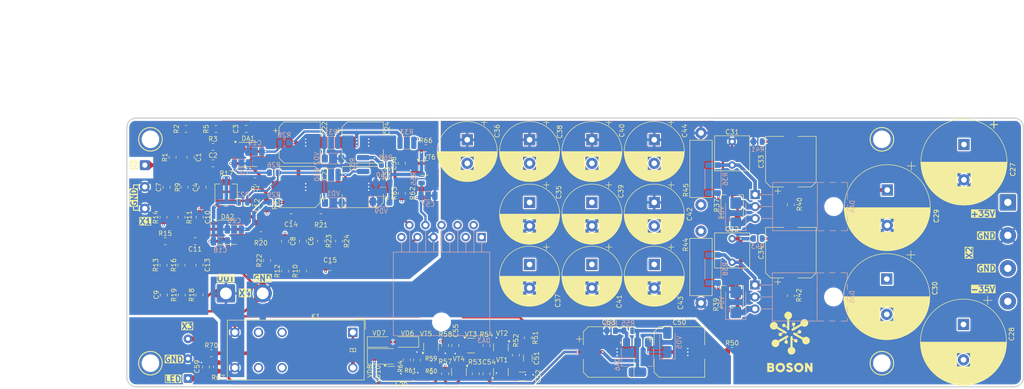
<source format=kicad_pcb>
(kicad_pcb (version 20240108) (generator "pcbnew") (generator_version "8.0")
  (layers (0 "F.Cu" signal) (1 "In1.Cu" signal) (2 "In2.Cu" signal) (31 "B.Cu" signal) (34 "B.Paste" user) (35 "F.Paste" user) (36 "B.SilkS" user "B.Silkscreen") (37 "F.SilkS" user "F.Silkscreen") (38 "B.Mask" user) (39 "F.Mask" user) (44 "Edge.Cuts" user))
  (net 0 "")
  (net 1 "GND")
  (net 2 "Net-(C1-Pad1)")
  (net 3 "Net-(C2-Pad1)")
  (net 4 "Net-(DA1-IN-)")
  (net 5 "Net-(DA1-Vout)")
  (net 6 "Net-(C4-Pad1)")
  (net 7 "Net-(DA3-Vin-)")
  (net 8 "Net-(C6-Pad2)")
  (net 9 "Net-(C7-Pad1)")
  (net 10 "Net-(C8-Pad2)")
  (net 11 "Net-(C9-Pad1)")
  (net 12 "Net-(C10-Pad1)")
  (net 13 "Net-(DA2-IN-)")
  (net 14 "Net-(C11-Pad2)")
  (net 15 "Net-(DA2-Vout)")
  (net 16 "Net-(C13-Pad2)")
  (net 17 "Net-(C14-Pad2)")
  (net 18 "/FB")
  (net 19 "Net-(C15-Pad1)")
  (net 20 "-12V1")
  (net 21 "-12V2")
  (net 22 "+12V1")
  (net 23 "+12V2")
  (net 24 "Net-(VD1-A)")
  (net 25 "Net-(VD2-K)")
  (net 26 "Net-(C23-Pad2)")
  (net 27 "Net-(C24-Pad1)")
  (net 28 "/+35V")
  (net 29 "Net-(DA5-IN)")
  (net 30 "-28V")
  (net 31 "Net-(DA4-ADJ)")
  (net 32 "Net-(DA5-ADJ)")
  (net 33 "Net-(C33-Pad2)")
  (net 34 "Net-(C34-Pad2)")
  (net 35 "+28V")
  (net 36 "Net-(DA6-IN)")
  (net 37 "Net-(C51-Pad1)")
  (net 38 "Net-(VT1-E)")
  (net 39 "/+24V")
  (net 40 "Net-(VT4-B)")
  (net 41 "Net-(VT3-B)")
  (net 42 "/MUTE")
  (net 43 "Net-(VT6-B)")
  (net 44 "Net-(C59-Pad1)")
  (net 45 "/-12V")
  (net 46 "Net-(DA2-NULL-Pad1)")
  (net 47 "Net-(DA2-NULL-Pad8)")
  (net 48 "/POut")
  (net 49 "Net-(DA3-Vin+)")
  (net 50 "Net-(DA6-ADJ)")
  (net 51 "Net-(R1-Pad1)")
  (net 52 "Net-(R16-Pad1)")
  (net 53 "Net-(R36-Pad1)")
  (net 54 "Net-(R38-Pad1)")
  (net 55 "Net-(VT1-C)")
  (net 56 "Net-(VT5-B)")
  (net 57 "Net-(VD6-A)")
  (net 58 "Net-(VD7-K)")
  (net 59 "Net-(R70-Pad1)")
  (net 60 "Net-(VD6-K)")
  (net 61 "Net-(VD10-K)")
  (net 63 "Net-(VD10-REF)")
  (net 65 "Net-(VT4-C)")
  (net 66 "Net-(VT6-C)")
  (footprint "Image:logo" (layer "F.Cu") (at 189.823767 99.563069)
    (property "Reference" "G***" (hide yes))
    (property "Value" "LOGO" (hide yes))
  )
  (footprint "Connector_Wire:SolderWire-0.25sqmm_1x03_P4.2mm_D0.65mm_OD1.7mm" (layer "F.Cu") (at 62.954 108.24 90)
    (property "Reference" "X3")
    (property "Value" "CONN_3")
  )
  (footprint "Resistor_SMD:R_0805_2012Metric" (layer "F.Cu") (at 61.5824 74.0336 -90)
    (property "Reference" "R11")
    (property "Value" "2K0")
  )
  (footprint "Potentiometer_SMD:Potentiometer_Bourns_3314G_Vertical" (layer "F.Cu") (at 178.27 71.646 180)
    (property "Reference" "R37")
    (property "Value" "500")
  )
  (footprint "Capacitor_SMD:C_0805_2012Metric" (layer "F.Cu") (at 57.8232 90.5436 -90)
    (property "Reference" "C9")
    (property "Value" "390p")
  )
  (footprint "Resistor_SMD:R_0805_2012Metric" (layer "F.Cu") (at 57.7724 84.1936 90)
    (property "Reference" "R13")
    (property "Value" "220")
  )
  (footprint "Capacitor_THT:C_Rect_L7.2mm_W7.2mm_P5.00mm_FKS2_FKP2_MKS2_MKP2" (layer "F.Cu") (at 178.27 83.584 90)
    (property "Reference" "C32")
    (property "Value" "820n")
  )
  (footprint "Resistor_SMD:R_0805_2012Metric" (layer "F.Cu") (at 108.2676 68.9536 -90)
    (property "Reference" "R63")
    (property "Value" "22K")
  )
  (footprint "Resistor_SMD:R_0805_2012Metric" (layer "F.Cu") (at 67.907 102.888)
    (property "Reference" "R70")
    (property "Value" "4K7")
  )
  (footprint "Resistor_SMD:R_0805_2012Metric" (layer "F.Cu") (at 69.1262 105.789 -90)
    (property "Reference" "R67")
    (property "Value" "4K7")
  )
  (footprint "Package_SO:SOIC-8_3.9x4.9mm_P1.27mm" (layer "F.Cu") (at 71.2852 77.234)
    (property "Reference" "DA2")
    (property "Value" "LT1363")
  )
  (footprint "Capacitor_SMD:C_0805_2012Metric" (layer "F.Cu") (at 93.053 84.6 180)
    (property "Reference" "C15")
    (property "Value" "10p")
  )
  (footprint "Resistor_SMD:R_0805_2012Metric" (layer "F.Cu") (at 178.27 102.38)
    (property "Reference" "R50")
    (property "Value" "33")
  )
  (footprint "Resistor_SMD:R_0805_2012Metric" (layer "F.Cu") (at 123.928 107.2584 -90)
    (property "Reference" "R53")
    (property "Value" "510K")
  )
  (footprint "Diode_SMD:D_MiniMELF" (layer "F.Cu") (at 109.196 100.5074 180)
    (property "Reference" "VD6")
    (property "Value" "MMBTA56")
  )
  (footprint "Resistor_SMD:R_0805_2012Metric" (layer "F.Cu") (at 91.148 79.0936 -90)
    (property "Reference" "R23")
    (property "Value" "80K6")
  )
  (footprint "Capacitor_SMD:CP_Elec_10x10.5" (layer "F.Cu") (at 190.716 81.552 90)
    (property "Reference" "C34")
    (property "Value" "220u")
  )
  (footprint "Capacitor_THT:CP_Radial_D18.0mm_P7.50mm" (layer "F.Cu") (at 227.3936 58.5948 -90)
    (property "Reference" "C27")
    (property "Value" "2200u")
  )
  (footprint "Resistor_SMD:R_0805_2012Metric" (layer "F.Cu") (at 117.451 107.2584 -90)
    (property "Reference" "R57")
    (property "Value" "22K")
  )
  (footprint "Capacitor_THT:CP_Radial_D12.5mm_P5.00mm" (layer "F.Cu") (at 161.76 84.054041 -90)
    (property "Reference" "C43")
    (property "Value" "1500u")
  )
  (footprint "MountingHole:MountingHole_3.2mm_M3" (layer "F.Cu") (at 55 105)
    (property "Reference" "MH1" (hide yes))
    (property "Value" "MountingHole_3.2mm_M3")
  )
  (footprint "Package_TO_SOT_SMD:SOT-23-3" (layer "F.Cu") (at 129.262 101.6504 -90)
    (property "Reference" "VT2")
    (property "Value" "MMBTA06")
  )
  (footprint "Capacitor_THT:CP_Radial_D12.5mm_P5.00mm" (layer "F.Cu") (at 122.136 57.598041 -90)
    (property "Reference" "C36")
    (property "Value" "1500u")
  )
  (footprint "Capacitor_SMD:C_0805_2012Metric" (layer "F.Cu") (at 65.3924 84.1936 -90)
    (property "Reference" "C13")
    (property "Value" "10p")
  )
  (footprint "Capacitor_SMD:CP_Elec_10x10.5" (layer "F.Cu") (at 167.094 102.634)
    (property "Reference" "C50")
    (property "Value" "220u")
  )
  (footprint "Capacitor_SMD:C_0805_2012Metric" (layer "F.Cu") (at 64.4628 79.1136 180)
    (property "Reference" "C11")
    (property "Value" "47p")
  )
  (footprint "Package_TO_SOT_SMD:SOT-23-3" (layer "F.Cu") (at 129.262 106.8629 90)
    (property "Reference" "VT1")
    (property "Value" "MMBTA06")
  )
  (footprint "Capacitor_THT:C_Rect_L7.2mm_W7.2mm_P5.00mm_FKS2_FKP2_MKS2_MKP2" (layer "F.Cu") (at 178.27 62.97 90)
    (property "Reference" "C31")
    (property "Value" "820n")
  )
  (footprint "Resistor_SMD:R_0805_2012Metric" (layer "F.Cu") (at 94.958 79.0936 -90)
    (property "Reference" "R24")
    (property "Value" "3K3")
  )
  (footprint "Package_TO_SOT_SMD:SOT-23-3" (layer "F.Cu") (at 114.469 101.5289 90)
    (property "Reference" "VT5")
    (property "Value" "MMBTA56")
  )
  (footprint "Resistor_SMD:R_0805_2012Metric" (layer "F.Cu") (at 132.437 103.3014 90)
    (property "Reference" "R52")
    (property "Value" "33K")
  )
  (footprint "Capacitor_SMD:C_0805_2012Metric" (layer "F.Cu") (at 75.908 71.4936 -90)
    (property "Reference" "C12")
    (property "Value" "5p")
  )
  (footprint "Capacitor_THT:CP_Radial_D12.5mm_P5.00mm" (layer "F.Cu") (at 135.344 84.054041 -90)
    (property "Reference" "C37")
    (property "Value" "1500u")
  )
  (footprint "Resistor_SMD:R_0805_2012Metric" (layer "F.Cu") (at 114.53 108.0004 180)
    (property "Reference" "R60")
    (property "Value" "220K")
  )
  (footprint "Capacitor_SMD:C_0805_2012Metric" (layer "F.Cu") (at 68.2588 62.6036)
    (property "Reference" "C2")
    (property "Value" "470p")
  )
  (footprint "Resistor_SMD:R_0805_2012Metric" (layer "F.Cu") (at 91.148 74.0336 180)
    (property "Reference" "R21")
    (property "Value" "1K5")
  )
  (footprint "MountingHole:MountingHole_3.2mm_M3" (layer "F.Cu") (at 55 57.5)
    (property "Reference" "MH2" (hide yes))
    (property "Value" "MountingHole_3.2mm_M3")
  )
  (footprint "Package_TO_SOT_SMD:SOT-23-3" (layer "F.Cu") (at 120.372 106.8574 -90)
    (property "Reference" "VT4")
    (property "Value" "MMBTA56")
  )
  (footprint "Resistor_THT:R_Axial_DIN0414_L11.9mm_D4.5mm_P15.24mm_Horizontal" (layer "F.Cu") (at 171.666 92.22 90)
    (property "Reference" "R44")
    (property "Value" "560")
  )
  (footprint "Resistor_SMD:R_0805_2012Metric" (layer "F.Cu") (at 117.451 101.2439 90)
    (property "Reference" "R58")
    (property "Value" "2K2")
  )
  (footprint "Resistor_SMD:R_0805_2012Metric" (layer "F.Cu") (at 109.323 104.3174 90)
    (property "Reference" "R64")
    (property "Value" "2K2")
  )
  (footprint "Capacitor_SMD:C_0805_2012Metric" (layer "F.Cu") (at 58.4328 67.6836 90)
    (property "Reference" "C7")
    (property "Value" "420p")
  )
  (footprint "Capacitor_SMD:CP_Elec_10x10.5" (layer "F.Cu") (at 190.716 62.248 90)
    (property "Reference" "C33")
    (property "Value" "220u")
  )
  (footprint "Capacitor_SMD:C_0805_2012Metric" (layer "F.Cu") (at 65.4432 74.0336 -90)
    (property "Reference" "C10")
    (property "Value" "5p")
  )
  (footprint "Resistor_SMD:R_0805_2012Metric" (layer "F.Cu") (at 190.716 90.696 -90)
    (property "Reference" "R42")
    (property "Value" "100")
  )
  (footprint "Resistor_SMD:R_0805_2012Metric" (layer "F.Cu") (at 77.178 66.4136 180)
    (property "Reference" "R7")
    (property "Value" "0R")
  )
  (footprint "Capacitor_SMD:C_0805_2012Metric" (layer "F.Cu") (at 83.528 79.1136 -90)
    (property "Reference" "C8")
    (property "Value" "15p")
  )
  (footprint "MountingHole:MountingHole_3.2mm_M3" (layer "F.Cu") (at 210 105)
    (property "Reference" "MH4" (hide yes))
    (property "Value" "MountingHole_3.2mm_M3")
  )
  (footprint "Capacitor_SMD:C_0805_2012Metric" (layer "F.Cu") (at 126.214 107.2384 90)
    (property "Reference" "C54")
    (property "Value" "10n")
  )
  (footprint "Capacitor_THT:CP_Radial_D12.5mm_P5.00mm" (layer "F.Cu") (at 135.344 70.886041 -90)
    (property "Reference" "C35")
    (property "Value" "1500u")
  )
  (footprint "Capacitor_THT:CP_Radial_D12.5mm_P5.00mm" (layer "F.Cu") (at 148.552 84.054041 -90)
    (property "Reference" "C41")
    (property "Value" "1500u")
  )
  (footprint "Resistor_SMD:R_0805_2012Metric" (layer "F.Cu") (at 126.214 101.2694 -90)
    (property "Reference" "R54")
    (property "Value" "33K")
  )
  (footprint "Capacitor_SMD:C_0805_2012Metric" (layer "F.Cu") (at 75.2984 55.2884)
    (property "Reference" "C3")
    (property "Value" "220p")
  )
  (footprint "Capacitor_THT:CP_Radial_D18.0mm_P7.50mm" (layer "F.Cu") (at 211.1376 68.2608 -90)
    (property "Reference" "C29")
    (property "Value" "2200u")
  )
  (footprint "Capacitor_SMD:C_0805_2012Metric" (layer "F.Cu") (at 87.338 79.1136 -90)
    (property "Reference" "C6")
    (property "Value" "100p")
  )
  (footprint "Resistor_SMD:R_0805_2012Metric" (layer "F.Cu") (at 59.7028 61.3336 90)
    (property "Reference" "R1")
    (property "Value" "8K2")
  )
  (footprint "Resistor_SMD:R_0805_2012Metric" (layer "F.Cu") (at 68.2588 59.0984)
    (property "Reference" "R3")
    (property "Value" "1K5")
  )
  (footprint "Potentiometer_SMD:Potentiometer_Bourns_3314G_Vertical" (layer "F.Cu") (at 71.0312 69.36 180)
    (property "Reference" "R17")
    (property "Value" "10K")
  )
  (footprint "Package_TO_SOT_SMD:SOT-23-3" (layer "F.Cu") (at 106.0265 107.2384)
    (property "Reference" "VD10")
    (property "Value" "TL431")
  )
  (footprint "Resistor_SMD:R_0805_2012Metric" (layer "F.Cu") (at 190.716 71.392 -90)
    (property "Reference" "R40")
    (property "Value" "100")
  )
  (footprint "Resistor_SMD:R_0805_2012Metric" (layer "F.Cu") (at 114.53 105.3334)
    (property "Reference" "R59")
    (property "Value" "22K")
  )
  (footprint "Capacitor_THT:CP_Radial_D12.5mm_P5.00mm" (layer "F.Cu") (at 135.344 57.598041 -90)
    (property "Reference" "C38")
    (property "Value" "1500u")
  )
  (footprint "Capacitor_SMD:C_0805_2012Metric" (layer "F.Cu") (at 84.798 74.0336)
    (property "Reference" "C14")
    (property "Value" "15p")
  )
  (footprint "Resistor_SMD:R_0805_2012Metric" (layer "F.Cu") (at 62.2428 67.6836 -90)
    (property "Reference" "R9")
    (property "Value" "2K0")
  )
  (footprint "MountingHole:MountingHole_3.2mm_M3" (layer "F.Cu") (at 210 57.5)
    (property "Reference" "MH3" (hide yes))
    (property "Value" "MountingHole_3.2mm_M3")
  )
  (footprint "Capacitor_SMD:C_0805_2012Metric" (layer "F.Cu") (at 110.72 107.9704)
    (property "Reference" "C56")
    (property "Value" "100n")
  )
  (footprint "Capacitor_SMD:C_0805_2012Metric" (layer "F.Cu") (at 119.61 101.2639 -90)
    (property "Reference" "C55")
    (property "Value" "10n")
  )
  (footprint "Capacitor_SMD:CP_Elec_8x10.5" (layer "F.Cu") (at 99.9872 58.184)
    (property "Reference" "C24")
    (property "Value" "220u")
  )
  (footprint "Package_TO_SOT_SMD:SOT-23-3" (layer "F.Cu") (at 122.912 101.2639)
    (property "Reference" "VT3")
    (property "Value" "MMBTA06")
  )
  (footprint "Resistor_SMD:R_0805_2012Metric" (layer "F.Cu") (at 68.8976 55.2884)
    (property "Reference" "R5")
    (property "Value" "10K")
  )
  (footprint "Capacitor_SMD:C_0805_2012Metric" (layer "F.Cu") (at 63.5128 61.3336 -90)
    (property "Reference" "C1")
    (property "Value" "220p")
  )
  (footprint "Capacitor_SMD:C_0805_2012Metric" (layer "F.Cu") (at 66.0528 67.6836 90)
    (property "Reference" "C4")
    (property "Value" "220p")
  )
  (footprint "Package_TO_SOT_SMD:SOT-23-3" (layer "F.Cu") (at 113.0428 63.5688)
    (property "Reference" "VT6")
    (property "Value" "MMBTA56")
  )
  (footprint "Capacitor_SMD:CP_Elec_8x10.5" (layer "F.Cu") (at 99.9872 67.6328 180)
    (property "Reference" "C23")
    (property "Value" "220u")
  )
  (footprint "Resistor_SMD:R_0805_2012Metric" (layer "F.Cu") (at 58.128 79.1136)
    (property "Reference" "R15")
    (property "Value" "33")
  )
  (footprint "Resistor_SMD:R_0805_2012Metric" (layer "F.Cu") (at 83.528 85.4636 90)
    (property "Reference" "R12")
    (property "Value" "33")
  )
  (footprint "Capacitor_SMD:C_1206_3216Metric" (layer "F.Cu") (at 134.977 103.9364 -90)
    (property "Reference" "C51")
    (property "Value" "10u")
  )
  (footprint "Capacitor_THT:CP_Radial_D18.0mm_P7.50mm" (layer "F.Cu") (at 227.292 96.785 -90)
    (property "Reference" "C28")
    (property "Value" "2200u")
  )
  (footprint "Capacitor_SMD:C_1206_3216Metric" (layer "F.Cu") (at 133.834 107.8004)
    (property "Reference" "C52")
    (property "Value" "10u")
  )
  (footprint "Resistor_SMD:R_0805_2012Metric" (layer "F.Cu") (at 62.5476 55.2884)
    (property "Reference" "R2")
    (property "Value" "2K0")
  )
  (footprint "Capacitor_SMD:C_0805_2012Metric" (layer "F.Cu") (at 108.2676 62.6036 90)
    (property "Reference" "C58")
    (property "Value" "100n")
  )
  (footprint "Connector_Wire:SolderWire-0.75sqmm_1x04_P7mm_D1.25mm_OD3.5mm" (layer "F.Cu") (at 236.69 70.884 -90)
    (property "Reference" "X2")
    (property "Value" "CONN_4")
  )
  (footprint "Resistor_SMD:R_0805_2012Metric" (layer "F.Cu") (at 112.4332 68.9536 90)
    (property "Reference" "R62")
    (property "Value" "33")
  )
  (footprint "Resistor_SMD:R_0805_2012Metric" (layer "F.Cu") (at 78.3972 77.8436 180)
    (property "Reference" "R20")
    (property "Value" "3K3")
  )
  (footprint "Connector_Wire:SolderWire-2sqmm_1x02_P7.8mm_D2mm_OD3.9mm" (layer "F.Cu") (at 70.992 90.188)
    (property "Reference" "X4")
    (property "Value" "CONN_2")
  )
  (footprint "Capacitor_SMD:CP_Elec_10x10.5" (layer "F.Cu") (at 152.108 102.634)
    (property "Reference" "C53")
    (property "Value" "220u")
  )
  (footprint "Capacitor_THT:CP_Radial_D12.5mm_P5.00mm" (layer "F.Cu") (at 148.552 57.598041 -90)
    (property "Reference" "C40")
    (property "Value" "1500u")
  )
  (footprint "Capacitor_SMD:CP_Elec_8x10.5" (layer "F.Cu") (at 86.6268 67.6328 180)
    (property "Reference" "C21")
    (property "Value" "220u")
  )
  (footprint "Resistor_SMD:R_0805_2012Metric" (layer "F.Cu") (at 111.482 104.3174 -90)
    (property "Reference" "R61")
    (property "Value" "100K")
  )
  (footprint "Resistor_SMD:R_0805_2012Metric" (layer "F.Cu") (at 134.977 99.6184 -90)
    (property "Reference" "R51")
    (property "Value" "33K")
  )
  (footprint "Resistor_SMD:R_0805_2012Metric" (layer "F.Cu") (at 79.718 71.4936 -90)
    (property "Reference" "R8")
    (property "Value" "4K02")
  )
  (footprint "Diode_SMD:D_SMA" (layer "F.Cu") (at 104.497 103.5554)
    (property "Reference" "VD8")
    (property "Value" "ES1D")
  )
  (footprint "Capacitor_THT:CP_Radial_D12.5mm_P5.00mm" (layer "F.Cu") (at 161.76 57.598041 -90)
    (property "Reference" "C44")
    (property "Value" "1500u")
  )
  (footprint "Resistor_SMD:R_0805_2012Metric" (layer "F.Cu") (at 87.338 85.4636 90)
    (property "Reference" "R10")
    (property "Value" "510")
  )
  (footprint "Capacitor_THT:CP_Radial_D12.5mm_P5.00mm" (layer "F.Cu") (at 148.552 70.886041 -90)
    (property "Reference" "C39")
    (property "Value" "1500u")
  )
  (footprint "Package_SO:SOIC-8_3.9x4.9mm_P1.27mm" (layer "F.Cu") (at 75.7048 60.724)
    (property "Reference" "DA1")
    (property "Value" "AD8065")
  )
  (footprint "THD_CustomCase:Relay_DPDT_Omron_G2RL-2" (layer "F.Cu") (at 97.893 98.4684 -90)
    (property "Reference" "K1")
    (property "Value" "G2RL-2")
  )
  (footprint "Capacitor_SMD:CP_Elec_8x10.5" (layer "F.Cu") (at 86.6268 58.184)
    (property "Reference" "C22")
    (property "Value" "220u")
  )
  (footprint "Capacitor_THT:CP_Radial_D12.5mm_P5.00mm" (layer "F.Cu") (at 161.76 70.886041 -90)
    (property "Reference" "C42")
    (property "Value" "1500u")
  )
  (footprint "Resistor_SMD:R_0805_2012Metric" (layer "F.Cu") (at 57.7724 74.0336 90)
    (property "Reference" "R14")
    (property "Value" "33K")
  )
  (footprint "Capacitor_THT:CP_Radial_D18.0mm_P7.50mm" (layer "F.Cu") (at 211.036 87.14 -90)
    (property "Reference" "C30")
    (property "Value" "2200u")
  )
  (footprint "Resistor_SMD:R_0805_2012Metric" (layer "F.Cu") (at 61.5824 84.1936 90)
    (property "Reference" "R16")
    (property "Value" "40K2")
  )
  (footprint "Resistor_SMD:R_0805_2012Metric" (layer "F.Cu") (at 65.3924 90.5436 90)
    (property "Reference" "R18")
    (property "Value" "3K3")
  )
  (footprint "Resistor_THT:R_Axial_DIN0414_L11.9mm_D4.5mm_P15.24mm_Horizontal" (layer "F.Cu") (at 171.666 71.392 90)
    (property "Reference" "R45")
    (property "Value" "560")
  )
  (footprint "Diode_SMD:D_MiniMELF" (layer "F.Cu") (at 103.608 100.5074)
    (property "Reference" "VD7")
    (property "Value" "DL4148")
  )
  (footprint "Capacitor_SMD:C_0805_2012Metric" (layer "F.Cu") (at 66.764 105.809 90)
    (property "Reference" "C59")
    (property "Value" "100n")
  )
  (footprint "Connector_Wire:SolderWire-0.5sqmm_1x03_P4.6mm_D0.9mm_OD2.1mm" (layer "F.Cu") (at 53.81 62.982 -90)
    (property "Reference" "X1")
    (property "Value" "CONN_3")
  )
  (footprint "Resistor_SMD:R_0805_2012Metric" (layer "F.Cu") (at 79.718 83.2284 90)
    (property "Reference" "R22")
    (property "Value" "150")
  )
  (footprint "Resistor_SMD:R_0805_2012Metric" (layer "F.Cu") (at 113.3476 59.4032)
    (property "Reference" "R66")
    (property "Value" "33K")
  )
  (footprint "Resistor_SMD:R_0805_2012Metric" (layer "F.Cu") (at 61.6332 90.5436 90)
    (property "Reference" "R19")
    (property "Value" "40K2")
  )
  (footprint "Potentiometer_SMD:Potentiometer_Bourns_3314G_Vertical" (layer "F.Cu") (at 178.27 90.906 180)
    (property "Reference" "R39")
    (property "Value" "500")
  )
  (footprint "Capacitor_SMD:C_1206_3216Metric" (layer "B.Cu") (at 69.812 79.1644)
    (property "Reference" "C18")
    (property "Value" "10u")
  )
  (footprint "Resistor_SMD:R_2512_6332Metric" (layer "B.Cu") (at 174.206 65.931 90)
    (property "Reference" "R36")
    (property "Value" "2K")
  )
  (footprint "Resistor_SMD:R_0805_2012Metric" (layer "B.Cu") (at 183.7056 57.9808)
    (property "Reference" "R41")
    (property "Value" "120")
  )
  (footprint "THD_CustomCase:TO-220-11_P3.4x2.54mm_StaggerOdd_Lead5.84mm_TabUp" (layer "B.Cu") (at 125.184 78.25 180)
    (property "Reference" "DA3")
    (property "Value" "LM3886")
  )
  (footprint "Resistor_SMD:R_1210_3225Metric" (layer "B.Cu") (at 93.2923 58.2348 180)
    (property "Reference" "R31")
    (property "Value" "300")
  )
  (footprint "Capacitor_SMD:C_1206_3216Metric" (layer "B.Cu") (at 104.244 66.7692 180)
    (property "Reference" "C60")
    (property "Value" "10u")
  )
  (footprint "Diode_SMD:D_SMA" (layer "B.Cu") (at 164.554 100.602 90)
    (property "Reference" "VD5")
    (property "Value" "ES1D")
  )
  (footprint "Resistor_SMD:R_1210_3225Metric" (layer "B.Cu") (at 93.2923 65.042 180)
    (property "Reference" "R30")
    (property "Value" "300")
  )
  (footprint "Package_TO_SOT_THT:TO-220-3_Horizontal_TabUp" (layer "B.Cu") (at 183.137 69.233 -90)
    (property "Reference" "DA4")
    (property "Value" "LM1084")
  )
  (footprint "Resistor_SMD:R_0805_2012Metric" (layer "B.Cu") (at 81.1912 70.884 180)
    (property "Reference" "R29")
    (property "Value" "1R0")
  )
  (footprint "Resistor_SMD:R_0805_2012Metric" (layer "B.Cu") (at 74.5872 70.884 180)
    (property "Reference" "R27")
    (property "Value" "1R0")
  )
  (footprint "Resistor_SMD:R_1210_3225Metric" (layer "B.Cu") (at 100.0888 62.8576 -90)
    (property "Reference" "R32")
    (property "Value" "300")
  )
  (footprint "Capacitor_SMD:C_1206_3216Metric" (layer "B.Cu") (at 77.1272 60.1144 180)
    (property "Reference" "C19")
    (property "Value" "10u")
  )
  (footprint "Diode_SMD:D_MiniMELF" (layer "B.Cu") (at 93.7073 61.5876)
    (property "Reference" "VD2")
    (property "Value" "FLZ12V")
  )
  (footprint "Package_TO_SOT_SMD:SOT-223-3_TabPin2" (layer "B.Cu") (at 158.204 103.7516 -90)
    (property "Reference" "DA6")
    (property "Value" "LM317AEMP")
  )
  (footprint "Capacitor_SMD:C_1206_3216Metric" (layer "B.Cu") (at 113.8048 69.4616)
    (property "Reference" "C57")
    (property "Value" "10u")
  )
  (footprint "Resistor_SMD:R_2512_6332Metric" (layer "B.Cu") (at 174.206 85.0064 90)
    (property "Reference" "R38")
    (property "Value" "2k")
  )
  (footprint "Resistor_SMD:R_0805_2012Metric" (layer "B.Cu") (at 112.4548 65.8548 -90)
    (property "Reference" "R65")
    (property "Value" "4K7")
  )
  (footprint "Capacitor_SMD:C_1206_3216Metric" (layer "B.Cu") (at 72.7584 76.6244 180)
    (property "Reference" "C20")
    (property "Value" "10u")
  )
  (footprint "Capacitor_SMD:C_1206_3216Metric" (layer "B.Cu") (at 74.2824 62.629)
    (property "Reference" "C17")
    (property "Value" "10u")
  )
  (footprint "Resistor_SMD:R_0805_2012Metric" (layer "B.Cu") (at 83.3756 58.2348 180)
    (property "Reference" "R28")
    (property "Value" "1R0")
  )
  (footprint "Diode_SMD:D_SMB" (layer "B.Cu") (at 179.032 73.17 90)
    (property "Reference" "VD3")
    (property "Value" "ES3B")
  )
  (footprint "Package_TO_SOT_THT:TO-220-3_Horizontal_TabUp" (layer "B.Cu") (at 183.096 88.41 -90)
    (property "Reference" "DA5")
    (property "Value" "LM1084")
  )
  (footprint "Resistor_SMD:R_0805_2012Metric" (layer "B.Cu") (at 152.616 98.1128)
    (property "Reference" "R56")
    (property "Value" "4K7")
  )
  (footprint "Diode_SMD:D_SMB" (layer "B.Cu") (at 179.032 92.0676 90)
    (property "Reference" "VD4")
    (property "Value" "ES3B")
  )
  (footprint "Resistor_SMD:R_0805_2012Metric" (layer "B.Cu") (at 183.7056 78.5548)
    (property "Reference" "R43")
    (property "Value" "120")
  )
  (footprint "Diode_SMD:D_MiniMELF" (layer "B.Cu") (at 93.7532 70.9856 180)
    (property "Reference" "VD1")
    (property "Value" "FLZ12V")
  )
  (footprint "Resistor_SMD:R_0805_2012Metric" (layer "B.Cu") (at 104.864 62.8576)
    (property "Reference" "R68")
    (property "Value" "4K7")
  )
  (footprint "Resistor_SMD:R_0805_2012Metric" (layer "B.Cu") (at 81.1404 64.5848 180)
    (property "Reference" "R26")
    (property "Value" "1R0")
  )
  (footprint "Resistor_SMD:R_1210_3225Metric" (layer "B.Cu") (at 109.3451 58.2348 180)
    (property "Reference" "R33")
    (property "Value" "300")
  )
  (footprint "Resistor_SMD:R_0805_2012Metric" (layer "B.Cu") (at 156.2736 98.1128)
    (property "Reference" "R55")
    (property "Value" "270")
  )
  (footprint "Diode_SMD:D_MiniMELF" (layer "B.Cu") (at 103.894 70.7316)
    (property "Reference" "VD9")
    (property "Value" "FLZ12V")
  )
  (gr_line (start 51.4097 72.5604) (end 52.5527 72.5604) (stroke (width 0.2032)) (layer "F.SilkS"))
  (gr_circle (center 210 105) (end 210 102.5) (stroke (width 0.2032)) (fill none) (layer "F.SilkS"))
  (gr_line (start 51.4097 71.8492) (end 51.4097 72.5604) (stroke (width 0.2032)) (layer "F.SilkS"))
  (gr_line (start 51.4224 67.1756) (end 52.5654 67.1756) (stroke (width 0.2032)) (layer "F.SilkS"))
  (gr_circle (center 55 105) (end 55 102.5) (stroke (width 0.2032)) (fill none) (layer "F.SilkS"))
  (gr_line (start 51.4224 67.8868) (end 51.4224 67.1756) (stroke (width 0.2032)) (layer "F.SilkS"))
  (gr_circle (center 210 57.5) (end 210 55) (stroke (width 0.2032)) (fill none) (layer "F.SilkS"))
  (gr_circle (center 55 57.5) (end 55 55) (stroke (width 0.2032)) (fill none) (layer "F.SilkS"))
  (gr_arc (start 50 55) (mid 50.585786 53.585786) (end 52 53) (stroke (width 0.254)) (layer "Edge.Cuts"))
  (gr_arc (start 240 108) (mid 239.414214 109.414214) (end 238 110) (stroke (width 0.254)) (layer "Edge.Cuts"))
  (gr_line (start 238 110) (end 52 110) (stroke (width 0.254)) (layer "Edge.Cuts"))
  (gr_line (start 50 108) (end 50 55) (stroke (width 0.254)) (layer "Edge.Cuts"))
  (gr_line (start 240 55) (end 240 108) (stroke (width 0.254)) (layer "Edge.Cuts"))
  (gr_line (start 52 53) (end 238 53) (stroke (width 0.254)) (layer "Edge.Cuts"))
  (gr_arc (start 52 110) (mid 50.585786 109.414214) (end 50 108) (stroke (width 0.254)) (layer "Edge.Cuts"))
  (gr_arc (start 238 53) (mid 239.414214 53.585786) (end 240 55) (stroke (width 0.254)) (layer "Edge.Cuts"))
  (gr_text "GND" (at 232.118 77.996 0) (layer "F.SilkS" knockout) (effects (font (size 1.27 1.27) (thickness 0.254))))
  (gr_text "IN" (at 51.524 63.01 0) (layer "F.SilkS" knockout) (effects (font (size 1.27 1.27) (thickness 0.254))))
  (gr_text "-35V" (at 231.4068 89.3244 0) (layer "F.SilkS" knockout) (effects (font (size 1.27 1.27) (thickness 0.254))))
  (gr_text "GND" (at 57.874 104.92 0) (layer "F.SilkS" knockout) (effects (font (size 1.27 1.27) (thickness 0.254) (bold yes)) (justify left bottom)))
  (gr_text "GND" (at 232.1688 84.9048 0) (layer "F.SilkS" knockout) (effects (font (size 1.27 1.27) (thickness 0.254))))
  (gr_text "LED\n" (at 57.874 109.111 0) (layer "F.SilkS" knockout) (effects (font (size 1.27 1.27) (thickness 0.254) (bold yes)) (justify left bottom)))
  (gr_text "+35V\n" (at 231.4068 73.3224 0) (layer "F.SilkS" knockout) (effects (font (size 1.27 1.27) (thickness 0.254))))
  (gr_text "GND" (at 51.524 69.868 90) (layer "F.SilkS" knockout) (effects (font (size 1.27 1.27) (thickness 0.254))))
  (gr_text "OUT\n" (at 68.923 87.775 0) (layer "F.SilkS" knockout) (effects (font (size 1.27 1.27) (thickness 0.254) (bold yes)) (justify left bottom)))
  (gr_text "GND" (at 76.67 87.775 0) (layer "F.SilkS" knockout) (effects (font (size 1.27 1.27) (thickness 0.254) (bold yes)) (justify left bottom)))
  (segment (start 188.2268 90.95) (end 188.8853 91.6085) (width 0.508) (layer "F.Cu") (net 1))
  (segment (start 188.8853 91.6085) (end 190.716 91.6085) (width 0.508) (layer "F.Cu") (net 1))
  (segment (start 55.9182 79.1136) (end 55.8928 79.0882) (width 0.508) (layer "F.Cu") (net 1))
  (segment (start 74.982 93.998) (end 78.0808 90.8992) (width 0.508) (layer "F.Cu") (net 1))
  (segment (start 68.542 64.28) (end 66.0528 64.28) (width 0.508) (layer "F.Cu") (net 1))
  (segment (start 135.309 107.8004) (end 135.309 105.7434) (width 0.508) (layer "F.Cu") (net 1))
  (segment (start 56.665 91.4936) (end 55.8928 90.7214) (width 0.508) (layer "F.Cu") (net 1))
  (segment (start 110.1472 64.0768) (end 110.5892 64.5188) (width 0.508) (layer "F.Cu") (net 1))
  (segment (start 69.785199 77.869) (end 71.59 79.673801) (width 0.508) (layer "F.Cu") (net 1))
  (segment (start 57.7724 73.1211) (end 55.8947 73.1211) (width 0.508) (layer "F.Cu") (net 1))
  (segment (start 110.5892 64.5188) (end 111.9053 64.5188) (width 0.508) (layer "F.Cu") (net 1))
  (segment (start 63.5128 62.2836) (end 63.5128 64.28) (width 0.508) (layer "F.Cu") (net 1))
  (segment (start 59.4488 93.998) (end 74.982 93.998) (width 0.508) (layer "F.Cu") (net 1))
  (segment (start 71.59 82.986) (end 78.5242 89.9202) (width 0.508) (layer "F.Cu") (net 1))
  (segment (start 79.718 86.3761) (end 78.792 87.3021) (width 0.762) (layer "F.Cu") (net 1))
  (segment (start 178.27 59.708) (end 178.27 57.97) (width 0.508) (layer "F.Cu") (net 1))
  (segment (start 69.2786 63.5434) (end 68.542 64.28) (width 0.508) (layer "F.Cu") (net 1))
  (segment (start 80.7321 86.3761) (end 79.718 86.3761) (width 0.762) (layer "F.Cu") (net 1))
  (segment (start 57.2155 79.1136) (end 55.9182 79.1136) (width 0.508) (layer "F.Cu") (net 1))
  (segment (start 57.8232 91.4936) (end 56.665 91.4936) (width 0.508) (layer "F.Cu") (net 1))
  (segment (start 179.42 71.5768) (end 178.27 70.4268) (width 0.508) (layer "F.Cu") (net 1))
  (segment (start 108.2676 63.5536) (end 109.624 63.5536) (width 0.508) (layer "F.Cu") (net 1))
  (segment (start 178.27 68.896) (end 178.27 66.3628) (width 0.508) (layer "F.Cu") (net 1))
  (segment (start 79.718 86.3761) (end 79.718 84.1409) (width 0.762) (layer "F.Cu") (net 1))
  (segment (start 55.8928 73.1192) (end 55.8928 68.0392) (width 0.508) (layer "F.Cu") (net 1))
  (segment (start 68.8102 77.869) (end 69.785199 77.869) (width 0.508) (layer "F.Cu") (net 1))
  (segment (start 117.5085 102.2139) (end 117.451 102.1564) (width 0.508) (layer "F.Cu") (net 1))
  (segment (start 119.5452 102.2139) (end 117.5085 102.2139) (width 0.508) (layer "F.Cu") (net 1))
  (segment (start 73.2298 61.359) (end 69.5834 61.359) (width 0.508) (layer "F.Cu") (net 1))
  (segment (start 55.8928 79.0882) (end 55.8928 73.1192) (width 0.508) (layer "F.Cu") (net 1))
  (segment (start 63.5128 64.28) (end 59.6012 64.28) (width 0.508) (layer "F.Cu") (net 1))
  (segment (start 178.27 66.3628) (end 176.2888 64.3816) (width 0.508) (layer "F.Cu") (net 1))
  (segment (start 66.0528 64.28) (end 63.5128 64.28) (width 0.508) (layer "F.Cu") (net 1))
  (segment (start 59.6012 64.28) (end 58.4328 65.4484) (width 0.508) (layer "F.Cu") (net 1))
  (segment (start 57.8232 91.4936) (end 57.8232 92.3724) (width 0.508) (layer "F.Cu") (net 1))
  (segment (start 55.8928 90.7214) (end 55.8928 79.0882) (width 0.508) (layer "F.Cu") (net 1))
  (segment (start 78.792 87.3021) (end 78.792 88.9688) (width 0.762) (layer "F.Cu") (net 1))
  (segment (start 176.2888 64.3816) (end 176.2888 61.6892) (width 0.508) (layer "F.Cu") (net 1))
  (segment (start 179.42 74.396) (end 179.42 71.5768) (width 0.508) (layer "F.Cu") (net 1))
  (segment (start 66.0528 66.7336) (end 66.0528 64.28) (width 0.508) (layer "F.Cu") (net 1))
  (segment (start 57.1984 66.7336) (end 58.4328 66.7336) (width 0.508) (layer "F.Cu") (net 1))
  (segment (start 183.096 90.95) (end 188.2268 90.95) (width 0.508) (layer "F.Cu") (net 1))
  (segment (start 55.8928 68.0392) (end 57.1984 66.7336) (width 0.508) (layer "F.Cu") (net 1))
  (segment (start 109.624 63.5536) (end 110.1472 64.0768) (width 0.508) (layer "F.Cu") (net 1))
  (segment (start 69.5834 61.359) (end 69.2786 61.6638) (width 0.508) (layer "F.Cu") (net 1))
  (segment (start 121.7745 102.2139) (end 119.5452 102.2139) (width 0.508) (layer "F.Cu") (net 1))
  (segment (start 57.8232 92.3724) (end 59.4488 93.998) (width 0.508) (layer "F.Cu") (net 1))
  (segment (start 58.4328 65.4484) (end 58.4328 66.7336) (width 0.508) (layer "F.Cu") (net 1))
  (segment (start 69.2786 61.6638) (end 69.2786 63.5434) (width 0.508) (layer "F.Cu") (net 1))
  (segment (start 135.309 105.7434) (end 134.977 105.4114) (width 0.508) (layer "F.Cu") (net 1))
  (segment (start 87.338 86.3761) (end 80.7321 86.3761) (width 0.762) (layer "F.Cu") (net 1))
  (segment (start 178.27 70.4268) (end 178.27 68.896) (width 0.508) (layer "F.Cu") (net 1))
  (segment (start 176.2888 61.6892) (end 178.27 59.708) (width 0.508) (layer "F.Cu") (net 1))
  (segment (start 71.59 79.673801) (end 71.59 82.986) (width 0.508) (layer "F.Cu") (net 1))
  (segment (start 55.8947 73.1211) (end 55.8928 73.1192) (width 0.508) (layer "F.Cu") (net 1))
  (via (at 101.2572 68.2932) (size 0.6) (drill 0.3) (layers "F.Cu" "B.Cu") (net 1))
  (via (at 87.8968 68.344) (size 0.6) (drill 0.3) (layers "F.Cu" "B.Cu") (net 1))
  (via (at 87.8968 66.9216) (size 0.6) (drill 0.3) (layers "F.Cu" "B.Cu") (net 1))
  (via (at 101.2572 58.184) (size 0.6) (drill 0.3) (layers "F.Cu" "B.Cu") (net 1))
  (via (at 168.872 103.3452) (size 0.6) (drill 0.3) (layers "F.Cu" "B.Cu") (net 1))
  (via (at 119.596 102.9642) (size 0.6) (drill 0.3) (layers "F.Cu" "B.Cu") (net 1))
  (via (at 87.8968 58.8952) (size 0.6) (drill 0.3) (layers "F.Cu" "B.Cu") (net 1))
  (via (at 101.2572 58.8952) (size 0.6) (drill 0.3) (layers "F.Cu" "B.Cu") (net 1))
  (via (at 128.312 99.586) (size 0.6) (drill 0.3) (layers "F.Cu" "B.Cu") (net 1))
  (via (at 111.6712 107.0028) (size 0.6) (drill 0.3) (layers "F.Cu" "B.Cu") (net 1))
  (via (at 117.5085 102.9134) (size 0.6) (drill 0.3) (layers "F.Cu" "B.Cu") (net 1))
  (via (at 128.312 107.1044) (size 0.6) (drill 0.3) (layers "F.Cu" "B.Cu") (net 1))
  (via (at 65.7988 104.859) (size 0.6) (drill 0.3) (layers "F.Cu" "B.Cu") (net 1))
  (via (at 101.2572 66.8708) (size 0.6) (drill 0.3) (layers "F.Cu" "B.Cu") (net 1))
  (via (at 108.0784 107.2384) (size 0.6) (drill 0.3) (layers "F.Cu" "B.Cu") (net 1))
  (via (at 168.872 102.634) (size 0.6) (drill 0.3) (layers "F.Cu" "B.Cu") (net 1))
  (via (at 153.886 101.9228) (size 0.6) (drill 0.3) (layers "F.Cu" "B.Cu") (net 1))
  (via (at 168.872 101.9228) (size 0.6) (drill 0.3) (layers "F.Cu" "B.Cu") (net 1))
  (via (at 134.4804 107.46) (size 0.6) (drill 0.3) (layers "F.Cu" "B.Cu") (net 1))
  (via (at 111.482 102.641) (size 0.6) (drill 0.3) (layers "F.Cu" "B.Cu") (net 1))
  (via (at 136.106 107.46) (size 0.6) (drill 0.3) (layers "F.Cu" "B.Cu") (net 1))
  (via (at 101.2572 67.582) (size 0.6) (drill 0.3) (layers "F.Cu" "B.Cu") (net 1))
  (via (at 153.886 102.634) (size 0.6) (drill 0.3) (layers "F.Cu" "B.Cu") (net 1))
  (via (at 87.8968 58.184) (size 0.6) (drill 0.3) (layers "F.Cu" "B.Cu") (net 1))
  (via (at 87.8968 57.4728) (size 0.6) (drill 0.3) (layers "F.Cu" "B.Cu") (net 1))
  (via (at 110.1472 64.0768) (size 0.6) (drill 0.3) (layers "F.Cu" "B.Cu") (net 1))
  (via (at 101.2572 57.4728) (size 0.6) (drill 0.3) (layers "F.Cu" "B.Cu") (net 1))
  (via (at 87.8968 67.6328) (size 0.6) (drill 0.3) (layers "F.Cu" "B.Cu") (net 1))
  (via (at 153.886 103.3452) (size 0.6) (drill 0.3) (layers "F.Cu" "B.Cu") (net 1))
  (segment (start 179.032 89.9176) (end 180.6412 89.9176) (width 1.27) (layer "B.Cu") (net 1))
  (segment (start 180.6412 89.9176) (end 181.6736 90.95) (width 1.27) (layer "B.Cu") (net 1))
  (segment (start 181.6736 90.95) (end 183.096 90.95) (width 1.27) (layer "B.Cu") (net 1))
  (segment (start 63.4753 60.4211) (end 63.5128 60.3836) (width 0.508) (layer "F.Cu") (net 2))
  (segment (start 59.7028 60.4211) (end 61.684 60.4211) (width 0.508) (layer "F.Cu") (net 2))
  (segment (start 61.684 60.4211) (end 63.4753 60.4211) (width 0.508) (layer "F.Cu") (net 2))
  (segment (start 61.6351 55.2884) (end 61.6351 60.3722) (width 0.508) (layer "F.Cu") (net 2))
  (segment (start 61.6351 60.3722) (end 61.684 60.4211) (width 0.508) (layer "F.Cu") (net 2))
  (segment (start 63.4601 55.2884) (end 67.9851 55.2884) (width 0.508) (layer "F.Cu") (net 3))
  (segment (start 67.3088 57.1312) (end 67.3088 62.6036) (width 0.508) (layer "F.Cu") (net 3))
  (segment (start 67.9851 56.4549) (end 67.3088 57.1312) (width 0.508) (layer "F.Cu") (net 3))
  (segment (start 67.9851 55.2884) (end 67.9851 56.4549) (width 0.508) (layer "F.Cu") (net 3))
  (segment (start 74.892 56.914) (end 74.3484 56.3704) (width 0.381) (layer "F.Cu") (net 4))
  (segment (start 70.4724 59.0984) (end 69.1713 59.0984) (width 0.381) (layer "F.Cu") (net 4))
  (segment (start 74.892 59.6826) (end 74.892 56.914) (width 0.381) (layer "F.Cu") (net 4))
  (segment (start 73.2298 60.089) (end 74.4856 60.089) (width 0.381) (layer "F.Cu") (net 4))
  (segment (start 74.4856 60.089) (end 74.892 59.6826) (width 0.381) (layer "F.Cu") (net 4))
  (segment (start 73.2298 60.089) (end 71.463 60.089) (width 0.381) (layer "F.Cu") (net 4))
  (segment (start 71.463 60.089) (end 70.4724 59.0984) (width 0.381) (layer "F.Cu") (net 4))
  (segment (start 74.3484 56.3704) (end 74.3484 55.2884) (width 0.381) (layer "F.Cu") (net 4))
  (segment (start 78.0905 65.0655) (end 78.0905 66.4136) (width 0.508) (layer "F.Cu") (net 5))
  (segment (start 76.289 63.264) (end 78.0905 65.0655) (width 0.508) (layer "F.Cu") (net 5))
  (segment (start 76.289 61.74) (end 76.289 63.264) (width 0.508) (layer "F.Cu") (net 5))
  (segment (start 76.67 61.359) (end 78.1798 61.359) (width 0.508) (layer "F.Cu") (net 5))
  (segment (start 76.2484 60.9374) (end 76.67 61.359) (width 0.508) (layer "F.Cu") (net 5))
  (segment (start 76.67 61.359) (end 76.289 61.74) (width 0.508) (layer "F.Cu") (net 5))
  (segment (start 76.2484 55.2884) (end 76.2484 60.9374) (width 0.508) (layer "F.Cu") (net 5))
  (segment (start 76.2484 54.2597) (end 76.2484 55.2884) (width 0.508) (layer "F.Cu") (net 5))
  (segment (start 75.8039 53.8152) (end 76.2484 54.2597) (width 0.508) (layer "F.Cu") (net 5))
  (segment (start 69.8101 54.2997) (end 70.2946 53.8152) (width 0.508) (layer "F.Cu") (net 5))
  (segment (start 70.2946 53.8152) (end 75.8039 53.8152) (width 0.508) (layer "F.Cu") (net 5))
  (segment (start 69.8101 55.2884) (end 69.8101 54.2997) (width 0.508) (layer "F.Cu") (net 5))
  (segment (start 64.097 67.201) (end 64.097 68.217) (width 0.508) (layer "F.Cu") (net 6))
  (segment (start 73.7134 68.6336) (end 74.511 67.836) (width 0.508) (layer "F.Cu") (net 6))
  (segment (start 78.448 67.836) (end 79.718 69.106) (width 0.508) (layer "F.Cu") (net 6))
  (segment (start 76.2655 66.4136) (end 76.2655 67.8125) (width 0.508) (layer "F.Cu") (net 6))
  (segment (start 79.718 69.106) (end 79.718 70.5811) (width 0.508) (layer "F.Cu") (net 6))
  (segment (start 76.289 67.836) (end 78.448 67.836) (width 0.508) (layer "F.Cu") (net 6))
  (segment (start 64.5136 68.6336) (end 66.0528 68.6336) (width 0.508) (layer "F.Cu") (net 6))
  (segment (start 66.0528 68.6336) (end 73.7134 68.6336) (width 0.508) (layer "F.Cu") (net 6))
  (segment (start 74.511 67.836) (end 76.289 67.836) (width 0.508) (layer "F.Cu") (net 6))
  (segment (start 63.6671 66.7711) (end 64.097 67.201) (width 0.508) (layer "F.Cu") (net 6))
  (segment (start 64.097 68.217) (end 64.5136 68.6336) (width 0.508) (layer "F.Cu") (net 6))
  (segment (start 62.2428 66.7711) (end 63.6671 66.7711) (width 0.508) (layer "F.Cu") (net 6))
  (segment (start 76.2655 67.8125) (end 76.289 67.836) (width 0.508) (layer "F.Cu") (net 6))
  (segment (start 104.7951 78.1811) (end 107.0484 80.4344) (width 0.508) (layer "F.Cu") (net 7))
  (segment (start 109.3996 80.4344) (end 111.584 78.25) (width 0.508) (layer "F.Cu") (net 7))
  (segment (start 94.958 78.1811) (end 104.7951 78.1811) (width 0.508) (layer "F.Cu") (net 7))
  (segment (start 94.9205 78.1636) (end 94.958 78.2011) (width 0.508) (layer "F.Cu") (net 7))
  (segment (start 107.0484 80.4344) (end 109.3996 80.4344) (width 0.508) (layer "F.Cu") (net 7))
  (segment (start 83.528 78.1636) (end 94.9205 78.1636) (width 0.508) (layer "F.Cu") (net 7))
  (via (at 83.528 77.4372) (size 0.6) (drill 0.3) (layers "F.Cu" "B.Cu") (net 7))
  (via (at 79.718 73.1446) (size 0.6) (drill 0.3) (layers "F.Cu" "B.Cu") (net 7))
  (segment (start 87.338 80.0636) (end 87.338 84.5511) (width 0.508) (layer "F.Cu") (net 8))
  (segment (start 61.5824 73.1211) (end 61.5824 71.8492) (width 0.508) (layer "F.Cu") (net 9))
  (segment (start 62.2428 71.1888) (end 62.2428 68.5961) (width 0.508) (layer "F.Cu") (net 9))
  (segment (start 61.5824 71.8492) (end 62.2428 71.1888) (width 0.508) (layer "F.Cu") (net 9))
  (segment (start 58.4328 68.6336) (end 62.2053 68.6336) (width 0.508) (layer "F.Cu") (net 9))
  (segment (start 62.2053 68.6336) (end 62.2428 68.5961) (width 0.508) (layer "F.Cu") (net 9))
  (segment (start 83.528 80.0636) (end 83.528 84.5511) (width 0.508) (layer "F.Cu") (net 10))
  (segment (start 57.7724 85.1061) (end 57.7724 89.5428) (width 0.508) (layer "F.Cu") (net 11))
  (segment (start 57.7724 89.5428) (end 57.8232 89.5936) (width 0.508) (layer "F.Cu") (net 11))
  (segment (start 67.2568 70.5436) (end 75.908 70.5436) (width 0.508) (layer "F.Cu") (net 12))
  (segment (start 65.4432 72.3572) (end 67.2568 70.5436) (width 0.508) (layer "F.Cu") (net 12))
  (via (at 57.7724 75.6846) (size 0.6) (drill 0.3) (layers "F.Cu" "B.Cu") (net 12))
  (via (at 65.4432 72.3572) (size 0.6) (drill 0.3) (layers "F.Cu" "B.Cu") (net 12))
  (segment (start 65.3924 83.2436) (end 65.3924 76.5482) (width 0.508) (layer "F.Cu") (net 13))
  (segment (start 65.4432 76.599) (end 65.3924 76.5482) (width 0.508) (layer "F.Cu") (net 13))
  (segment (start 65.3924 76.5482) (end 65.3924 75.0344) (width 0.508) (layer "F.Cu") (net 13))
  (segment (start 65.3549 83.2811) (end 65.3924 83.2436) (width 0.508) (layer "F.Cu") (net 13))
  (segment (start 65.3924 75.0344) (end 65.4432 74.9836) (width 0.508) (layer "F.Cu") (net 13))
  (segment (start 68.8102 76.599) (end 65.4432 76.599) (width 0.508) (layer "F.Cu") (net 13))
  (segment (start 65.4057 74.9461) (end 65.4432 74.9836) (width 0.508) (layer "F.Cu") (net 13))
  (segment (start 57.7724 83.2811) (end 65.3549 83.2811) (width 0.508) (layer "F.Cu") (net 13))
  (segment (start 61.5824 74.9461) (end 65.4057 74.9461) (width 0.508) (layer "F.Cu") (net 13))
  (segment (start 59.0405 79.1136) (end 63.5128 79.1136) (width 0.508) (layer "F.Cu") (net 14))
  (segment (start 83.848 74.0336) (end 82.6644 74.0336) (width 0.508) (layer "F.Cu") (net 15))
  (segment (start 77.4593 77.869) (end 77.4847 77.8436) (width 0.508) (layer "F.Cu") (net 15))
  (segment (start 77.4847 75.0007) (end 77.4847 77.8436) (width 0.508) (layer "F.Cu") (net 15))
  (segment (start 75.908 73.424) (end 77.4847 75.0007) (width 0.508) (layer "F.Cu") (net 15))
  (segment (start 81.6973 75.0007) (end 77.4847 75.0007) (width 0.508) (layer "F.Cu") (net 15))
  (segment (start 73.7602 77.869) (end 77.4593 77.869) (width 0.508) (layer "F.Cu") (net 15))
  (segment (start 75.908 72.4436) (end 75.908 73.424) (width 0.508) (layer "F.Cu") (net 15))
  (segment (start 82.6644 74.0336) (end 81.6973 75.0007) (width 0.508) (layer "F.Cu") (net 15))
  (segment (start 65.3924 85.1436) (end 65.3924 89.6311) (width 0.508) (layer "F.Cu") (net 16))
  (segment (start 85.748 74.0336) (end 90.2355 74.0336) (width 0.508) (layer "F.Cu") (net 17))
  (segment (start 133.2612 95.268) (end 134.977 96.9838) (width 0.508) (layer "F.Cu") (net 18))
  (segment (start 114.5916 92.5) (end 118.5044 92.5) (width 0.508) (layer "F.Cu") (net 18))
  (segment (start 121.2724 95.268) (end 133.2612 95.268) (width 0.508) (layer "F.Cu") (net 18))
  (segment (start 134.977 96.9838) (end 134.977 98.7059) (width 0.508) (layer "F.Cu") (net 18))
  (segment (start 92.103 83.015) (end 92.103 84.6) (width 0.508) (layer "F.Cu") (net 18))
  (segment (start 72.893 98.4684) (end 72.893 96.3018) (width 0.508) (layer "F.Cu") (net 18))
  (segment (start 91.148 82.06) (end 92.103 83.015) (width 0.508) (layer "F.Cu") (net 18))
  (segment (start 61.6332 91.4561) (end 66.5119 91.4561) (width 0.508) (layer "F.Cu") (net 18))
  (segment (start 72.893 96.3018) (end 74.13 95.0648) (width 0.508) (layer "F.Cu") (net 18))
  (segment (start 67.78 90.188) (end 72.2112 90.188) (width 0.508) (layer "F.Cu") (net 18))
  (segment (start 118.5044 92.5) (end 121.2724 95.268) (width 0.508) (layer "F.Cu") (net 18))
  (segment (start 91.148 80.0061) (end 91.148 82.06) (width 0.508) (layer "F.Cu") (net 18))
  (segment (start 66.5119 91.4561) (end 67.78 90.188) (width 0.508) (layer "F.Cu") (net 18))
  (segment (start 74.13 95.0648) (end 112.0268 95.0648) (width 0.508) (layer "F.Cu") (net 18))
  (segment (start 112.0268 95.0648) (end 114.5916 92.5) (width 0.508) (layer "F.Cu") (net 18))
  (via (at 92.103 85.5652) (size 0.6) (drill 0.3) (layers "F.Cu" "B.Cu") (net 18))
  (segment (start 94.958 80.0061) (end 94.958 82.06) (width 0.508) (layer "F.Cu") (net 19))
  (segment (start 94.003 83.015) (end 94.003 84.6) (width 0.508) (layer "F.Cu") (net 19))
  (segment (start 94.958 82.06) (end 94.003 83.015) (width 0.508) (layer "F.Cu") (net 19))
  (via (at 71.9964 62.629) (size 0.6) (drill 0.3) (layers "F.Cu" "B.Cu") (net 20))
  (segment (start 72.8328 63.8972) (end 72.8328 62.629) (width 0.508) (layer "B.Cu") (net 20))
  (segment (start 80.2279 64.5848) (end 73.5204 64.5848) (width 0.508) (layer "B.Cu") (net 20))
  (segment (start 73.5204 64.5848) (end 72.8328 63.8972) (width 0.508) (layer "B.Cu") (net 20))
  (via (at 70.6248 65.7278) (size 0.6) (drill 0.3) (layers "F.Cu" "B.Cu") (net 21))
  (via (at 71.5392 65.7278) (size 0.6) (drill 0.3) (layers "F.Cu" "B.Cu") (net 21))
  (via (at 67.5768 79.139) (size 0.6) (drill 0.3) (layers "F.Cu" "B.Cu") (net 21))
  (segment (start 68.3878 72.001534) (end 69.505334 70.884) (width 0.762) (layer "B.Cu") (net 21))
  (segment (start 71.082 65.7278) (end 71.5392 65.7278) (width 0.762) (layer "B.Cu") (net 21))
  (segment (start 69.505334 70.884) (end 71.082 70.884) (width 0.762) (layer "B.Cu") (net 21))
  (segment (start 68.3878 79.1644) (end 68.3878 72.001534) (width 0.762) (layer "B.Cu") (net 21))
  (segment (start 71.082 65.7278) (end 71.082 70.884) (width 0.762) (layer "B.Cu") (net 21))
  (segment (start 70.6248 65.7278) (end 71.082 65.7278) (width 0.762) (layer "B.Cu") (net 21))
  (segment (start 71.082 70.884) (end 73.6747 70.884) (width 0.762) (layer "B.Cu") (net 21))
  (via (at 79.3878 60.1144) (size 0.6) (drill 0.3) (layers "F.Cu" "B.Cu") (net 22))
  (segment (start 81.496 60.1144) (end 79.3878 60.1144) (width 0.508) (layer "B.Cu") (net 22))
  (segment (start 82.4631 58.2348) (end 82.4631 59.1473) (width 0.508) (layer "B.Cu") (net 22))
  (segment (start 82.4631 59.1473) (end 81.496 60.1144) (width 0.508) (layer "B.Cu") (net 22))
  (via (at 74.9936 76.599) (size 0.6) (drill 0.3) (layers "F.Cu" "B.Cu") (net 23))
  (segment (start 75.7302 76.599) (end 76.924 75.4052) (width 0.762) (layer "B.Cu") (net 23))
  (segment (start 79.1592 70.884) (end 80.2787 70.884) (width 0.762) (layer "B.Cu") (net 23))
  (segment (start 76.924 75.4052) (end 76.924 73.1192) (width 0.762) (layer "B.Cu") (net 23))
  (segment (start 74.9936 76.599) (end 75.7302 76.599) (width 0.762) (layer "B.Cu") (net 23))
  (segment (start 76.924 73.1192) (end 79.1592 70.884) (width 0.762) (layer "B.Cu") (net 23))
  (via (at 80.48 67.6328) (size 0.6) (drill 0.3) (layers "F.Cu" "B.Cu") (net 24))
  (segment (start 91.8298 65.042) (end 91.8298 70.8122) (width 0.508) (layer "B.Cu") (net 24))
  (segment (start 91.8298 65.042) (end 91.3726 64.5848) (width 0.508) (layer "B.Cu") (net 24))
  (segment (start 91.3726 64.5848) (end 82.0529 64.5848) (width 0.508) (layer "B.Cu") (net 24))
  (segment (start 82.0529 66.0599) (end 79.6672 68.4456) (width 0.508) (layer "B.Cu") (net 24))
  (segment (start 82.0529 64.5848) (end 82.0529 66.0599) (width 0.508) (layer "B.Cu") (net 24))
  (segment (start 91.8298 70.8122) (end 92.0032 70.9856) (width 0.508) (layer "B.Cu") (net 24))
  (segment (start 75.4997 69.7683) (end 75.4997 70.884) (width 0.508) (layer "B.Cu") (net 24))
  (segment (start 76.8224 68.4456) (end 75.4997 69.7683) (width 0.508) (layer "B.Cu") (net 24))
  (segment (start 79.6672 68.4456) (end 76.8224 68.4456) (width 0.508) (layer "B.Cu") (net 24))
  (segment (start 86.3728 70.0204) (end 85.5092 70.884) (width 0.762) (layer "F.Cu") (net 25))
  (segment (start 85.9156 58.184) (end 86.3728 58.6412) (width 0.762) (layer "F.Cu") (net 25))
  (segment (start 85.5092 70.884) (end 82.8168 70.884) (width 0.762) (layer "F.Cu") (net 25))
  (segment (start 85.306 58.184) (end 85.9156 58.184) (width 0.762) (layer "F.Cu") (net 25))
  (segment (start 86.3728 58.6412) (end 86.3728 70.0204) (width 0.762) (layer "F.Cu") (net 25))
  (via (at 82.8168 70.884) (size 0.6) (drill 0.3) (layers "F.Cu" "B.Cu") (net 25))
  (via (at 85.306 58.184) (size 0.6) (drill 0.3) (layers "F.Cu" "B.Cu") (net 25))
  (segment (start 85.2552 58.2348) (end 87.6428 55.8472) (width 0.508) (layer "B.Cu") (net 25))
  (segment (start 85.2552 58.2348) (end 84.2881 58.2348) (width 0.508) (layer "B.Cu") (net 25))
  (segment (start 87.6428 55.8472) (end 91.2496 55.8472) (width 0.508) (layer "B.Cu") (net 25))
  (segment (start 91.8298 61.4601) (end 91.9573 61.5876) (width 0.508) (layer "B.Cu") (net 25))
  (segment (start 91.8298 56.4274) (end 91.8298 58.2348) (width 0.508) (layer "B.Cu") (net 25))
  (segment (start 91.8298 58.2348) (end 91.8298 61.4601) (width 0.508) (layer "B.Cu") (net 25))
  (segment (start 91.2496 55.8472) (end 91.8298 56.4274) (width 0.508) (layer "B.Cu") (net 25))
  (segment (start 96.3296 67.5904) (end 96.3296 65.1436) (width 0.508) (layer "F.Cu") (net 26))
  (segment (start 96.2872 67.6328) (end 96.3296 67.5904) (width 0.508) (layer "F.Cu") (net 26))
  (segment (start 96.3296 65.1436) (end 96.2872 65.1012) (width 0.508) (layer "F.Cu") (net 26))
  (via (at 96.3296 65.042) (size 0.6) (drill 0.3) (layers "F.Cu" "B.Cu") (net 26))
  (segment (start 97.1932 65.042) (end 97.9151 64.3201) (width 0.508) (layer "B.Cu") (net 26))
  (segment (start 96.3296 65.042) (end 97.1932 65.042) (width 0.508) (layer "B.Cu") (net 26))
  (segment (start 94.7548 65.042) (end 96.3296 65.042) (width 0.508) (layer "B.Cu") (net 26))
  (segment (start 97.9151 64.3201) (end 100.0888 64.3201) (width 0.508) (layer "B.Cu") (net 26))
  (via (at 98.7172 58.8952) (size 0.6) (drill 0.3) (layers "F.Cu" "B.Cu") (net 27))
  (via (at 98.7172 58.184) (size 0.6) (drill 0.3) (layers "F.Cu" "B.Cu") (net 27))
  (via (at 98.7172 57.4728) (size 0.6) (drill 0.3) (layers "F.Cu" "B.Cu") (net 27))
  (segment (start 94.7548 56.66) (end 95.3644 56.0504) (width 0.762) (layer "B.Cu") (net 27))
  (segment (start 107.2516 56.0504) (end 107.8826 56.6814) (width 0.762) (layer "B.Cu") (net 27))
  (segment (start 107.8826 56.6814) (end 107.8826 58.2348) (width 0.762) (layer "B.Cu") (net 27))
  (segment (start 98.7172 56.1012) (end 98.6664 56.0504) (width 0.762) (layer "B.Cu") (net 27))
  (segment (start 98.6664 56.0504) (end 107.2516 56.0504) (width 0.762) (layer "B.Cu") (net 27))
  (segment (start 95.3644 56.0504) (end 98.6664 56.0504) (width 0.762) (layer "B.Cu") (net 27))
  (segment (start 98.7172 58.8952) (end 98.7172 56.1012) (width 0.762) (layer "B.Cu") (net 27))
  (segment (start 94.7548 58.2348) (end 94.7548 56.66) (width 0.762) (layer "B.Cu") (net 27))
  (segment (start 208.7824 68.2608) (end 211.1376 68.2608) (width 0.762) (layer "F.Cu") (net 28))
  (segment (start 206.21 70.8332) (end 208.7824 68.2608) (width 0.762) (layer "F.Cu") (net 28))
  (segment (start 199.4028 102.38) (end 206.21 95.5728) (width 0.762) (layer "F.Cu") (net 28))
  (segment (start 206.21 95.5728) (end 206.21 70.8332) (width 0.762) (layer "F.Cu") (net 28))
  (segment (start 179.1825 102.38) (end 199.4028 102.38) (width 0.762) (layer "F.Cu") (net 28))
  (segment (start 181.5466 74.313) (end 183.137 74.313) (width 1.27) (layer "B.Cu") (net 28))
  (segment (start 179.032 75.32) (end 180.5396 75.32) (width 1.27) (layer "B.Cu") (net 28))
  (segment (start 180.5396 75.32) (end 181.5466 74.313) (width 1.27) (layer "B.Cu") (net 28))
  (segment (start 181.572 93.49) (end 183.096 93.49) (width 1.27) (layer "B.Cu") (net 29))
  (segment (start 180.8444 94.2176) (end 181.572 93.49) (width 1.27) (layer "B.Cu") (net 29))
  (segment (start 179.032 94.2176) (end 180.8444 94.2176) (width 1.27) (layer "B.Cu") (net 29))
  (segment (start 180.0988 78.584) (end 178.27 78.584) (width 0.762) (layer "F.Cu") (net 30))
  (segment (start 180.0988 78.6056) (end 180.0988 78.584) (width 0.762) (layer "F.Cu") (net 30))
  (segment (start 180.0988 86.0732) (end 180.0988 78.6056) (width 0.762) (layer "F.Cu") (net 30))
  (segment (start 179.42 93.656) (end 179.42 86.752) (width 0.762) (layer "F.Cu") (net 30))
  (segment (start 179.42 86.752) (end 180.0988 86.0732) (width 0.762) (layer "F.Cu") (net 30))
  (via (at 180.0988 78.6056) (size 0.6) (drill 0.3) (layers "F.Cu" "B.Cu") (net 30))
  (via (at 102.489 61.3951) (size 0.6) (drill 0.3) (layers "F.Cu" "B.Cu") (net 30))
  (segment (start 182.7423 78.6056) (end 180.0988 78.6056) (width 0.762) (layer "B.Cu") (net 30))
  (segment (start 182.7931 78.5548) (end 182.7423 78.6056) (width 0.762) (layer "B.Cu") (net 30))
  (segment (start 102.489 61.3951) (end 103.9515 62.8576) (width 0.762) (layer "B.Cu") (net 30))
  (segment (start 100.0888 61.3951) (end 102.489 61.3951) (width 0.762) (layer "B.Cu") (net 30))
  (segment (start 190.716 70.4795) (end 190.716 69.36) (width 0.508) (layer "F.Cu") (net 31))
  (segment (start 190.716 69.36) (end 190.716 66.448) (width 0.508) (layer "F.Cu") (net 31))
  (segment (start 183.137 69.233) (end 190.589 69.233) (width 0.508) (layer "F.Cu") (net 31))
  (segment (start 190.589 69.233) (end 190.716 69.36) (width 0.508) (layer "F.Cu") (net 31))
  (segment (start 178.27 62.97) (end 179.7032 62.97) (width 0.762) (layer "B.Cu") (net 31))
  (segment (start 178.2685 62.9685) (end 178.27 62.97) (width 0.762) (layer "B.Cu") (net 31))
  (segment (start 179.7032 62.97) (end 183.1468 66.4136) (width 0.762) (layer "B.Cu") (net 31))
  (segment (start 174.206 62.9685) (end 178.2685 62.9685) (width 0.762) (layer "B.Cu") (net 31))
  (segment (start 183.1468 66.4136) (end 183.137 66.4234) (width 0.762) (layer "B.Cu") (net 31))
  (segment (start 183.137 66.4234) (end 183.137 69.233) (width 0.762) (layer "B.Cu") (net 31))
  (segment (start 190.716 88.4608) (end 190.716 85.752) (width 0.508) (layer "F.Cu") (net 32))
  (segment (start 190.716 89.7835) (end 190.716 88.4608) (width 0.508) (layer "F.Cu") (net 32))
  (segment (start 190.6652 88.41) (end 190.716 88.4608) (width 0.508) (layer "F.Cu") (net 32))
  (segment (start 183.096 88.41) (end 190.6652 88.41) (width 0.508) (layer "F.Cu") (net 32))
  (segment (start 178.27 83.584) (end 178.2192 83.584) (width 0.762) (layer "B.Cu") (net 32))
  (segment (start 176.6791 82.0439) (end 174.206 82.0439) (width 0.762) (layer "B.Cu") (net 32))
  (segment (start 183.096 88.41) (end 183.096 86.9368) (width 0.762) (layer "B.Cu") (net 32))
  (segment (start 183.096 86.9368) (end 179.7432 83.584) (width 0.762) (layer "B.Cu") (net 32))
  (segment (start 179.7432 83.584) (end 178.27 83.584) (width 0.762) (layer "B.Cu") (net 32))
  (segment (start 178.2192 83.584) (end 176.6791 82.0439) (width 0.762) (layer "B.Cu") (net 32))
  (segment (start 190.6488 57.9808) (end 190.716 58.048) (width 0.508) (layer "F.Cu") (net 33))
  (segment (start 185.382 57.9808) (end 190.6488 57.9808) (width 0.508) (layer "F.Cu") (net 33))
  (via (at 185.382 57.9808) (size 0.6) (drill 0.3) (layers "F.Cu" "B.Cu") (net 33))
  (segment (start 185.382 78.5548) (end 187.2362 78.5548) (width 0.508) (layer "F.Cu") (net 34))
  (segment (start 188.439 77.352) (end 190.716 77.352) (width 0.508) (layer "F.Cu") (net 34))
  (segment (start 187.2362 78.5548) (end 188.439 77.352) (width 0.508) (layer "F.Cu") (net 34))
  (via (at 185.382 78.5548) (size 0.6) (drill 0.3) (layers "F.Cu" "B.Cu") (net 34))
  (segment (start 188.684 72.3064) (end 188.6859 72.3045) (width 0.508) (layer "F.Cu") (net 35))
  (segment (start 188.6859 72.3045) (end 190.716 72.3045) (width 0.508) (layer "F.Cu") (net 35))
  (segment (start 188.1506 71.773) (end 188.684 72.3064) (width 0.508) (layer "F.Cu") (net 35))
  (segment (start 183.137 71.773) (end 188.1506 71.773) (width 0.508) (layer "F.Cu") (net 35))
  (via (at 111.6204 57.422) (size 0.6) (drill 0.3) (layers "F.Cu" "B.Cu") (net 35))
  (segment (start 179.032 71.02) (end 180.7936 71.02) (width 1.27) (layer "B.Cu") (net 35))
  (segment (start 181.5466 71.773) (end 183.137 71.773) (width 1.27) (layer "B.Cu") (net 35))
  (segment (start 180.7936 71.02) (end 181.5466 71.773) (width 1.27) (layer "B.Cu") (net 35))
  (segment (start 173.698 104.92) (end 168.0592 104.92) (width 0.762) (layer "F.Cu") (net 36))
  (segment (start 177.3575 102.38) (end 176.238 102.38) (width 0.762) (layer "F.Cu") (net 36))
  (segment (start 176.238 102.38) (end 173.698 104.92) (width 0.762) (layer "F.Cu") (net 36))
  (segment (start 168.0592 104.92) (end 165.7732 102.634) (width 0.762) (layer "F.Cu") (net 36))
  (segment (start 165.7732 102.634) (end 162.894 102.634) (width 0.762) (layer "F.Cu") (net 36))
  (via (at 160.49 102.634) (size 0.6) (drill 0.3) (layers "F.Cu" "B.Cu") (net 36))
  (segment (start 160.49 100.6156) (end 160.504 100.6016) (width 0.508) (layer "B.Cu") (net 36))
  (segment (start 164.522 102.634) (end 164.554 102.602) (width 0.508) (layer "B.Cu") (net 36))
  (segment (start 160.49 102.634) (end 160.49 100.6156) (width 0.508) (layer "B.Cu") (net 36))
  (segment (start 160.49 102.634) (end 164.522 102.634) (width 0.508) (layer "B.Cu") (net 36))
  (segment (start 134.9045 102.3889) (end 134.977 102.4614) (width 0.508) (layer "F.Cu") (net 37))
  (segment (start 134.977 100.5309) (end 134.977 102.4614) (width 0.508) (layer "F.Cu") (net 37))
  (segment (start 132.437 102.3889) (end 134.9045 102.3889) (width 0.508) (layer "F.Cu") (net 37))
  (segment (start 130.212 100.5129) (end 130.212 103.0392) (width 0.508) (layer "F.Cu") (net 38))
  (segment (start 130.212 106.8008) (end 130.6704 106.3424) (width 0.508) (layer "F.Cu") (net 38))
  (segment (start 132.359 106.3932) (end 132.359 104.2919) (width 0.508) (layer "F.Cu") (net 38))
  (segment (start 131.3867 104.2139) (end 132.437 104.2139) (width 0.508) (layer "F.Cu") (net 38))
  (segment (start 132.359 104.2919) (end 132.437 104.2139) (width 0.508) (layer "F.Cu") (net 38))
  (segment (start 130.6704 106.3424) (end 132.3082 106.3424) (width 0.508) (layer "F.Cu") (net 38))
  (segment (start 132.3082 106.3424) (end 132.359 106.3932) (width 0.508) (layer "F.Cu") (net 38))
  (segment (start 130.212 103.0392) (end 131.3867 104.2139) (width 0.508) (layer "F.Cu") (net 38))
  (segment (start 132.359 107.8004) (end 132.359 106.3932) (width 0.508) (layer "F.Cu") (net 38))
  (segment (start 130.212 108.0004) (end 130.212 106.8008) (width 0.508) (layer "F.Cu") (net 38))
  (segment (start 123.928 108.1709) (end 126.1965 108.1709) (width 0.508) (layer "F.Cu") (net 39))
  (segment (start 118.7832 103.9548) (end 115.419 103.9548) (width 0.508) (layer "F.Cu") (net 39))
  (segment (start 102.4764 103.5554) (end 97.879 103.5554) (width 0.762) (layer "F.Cu") (net 39))
  (segment (start 97.879 103.5554) (end 97.8606 103.5554) (width 0.762) (layer "F.Cu") (net 39))
  (segment (start 142.709518 102.634) (end 147.908 102.634) (width 0.508) (layer "F.Cu") (net 39))
  (segment (start 102.497 103.5554) (end 102.4764 103.5554) (width 0.762) (layer "F.Cu") (net 39))
  (segment (start 136.105518 109.238) (end 142.709518 102.634) (width 0.508) (layer "F.Cu") (net 39))
  (segment (start 97.1932 102.888) (end 68.8195 102.888) (width 0.762) (layer "F.Cu") (net 39))
  (segment (start 119.422 105.7199) (end 119.422 104.5936) (width 0.508) (layer "F.Cu") (net 39))
  (segment (start 126.214 108.1884) (end 127.2636 109.238) (width 0.508) (layer "F.Cu") (net 39))
  (segment (start 119.422 105.7199) (end 119.422 106.5748) (width 0.508) (layer "F.Cu") (net 39))
  (segment (start 119.422 106.5748) (end 119.6976 106.8504) (width 0.508) (layer "F.Cu") (net 39))
  (segment (start 119.422 104.5936) (end 118.7832 103.9548) (width 0.508) (layer "F.Cu") (net 39))
  (segment (start 115.419 103.9548) (end 115.419 105.3099) (width 0.508) (layer "F.Cu") (net 39))
  (segment (start 122.6945 108.1709) (end 123.928 108.1709) (width 0.508) (layer "F.Cu") (net 39))
  (segment (start 127.2636 109.238) (end 136.105518 109.238) (width 0.508) (layer "F.Cu") (net 39))
  (segment (start 150.838 102.634) (end 147.908 102.634) (width 0.762) (layer "F.Cu") (net 39))
  (segment (start 126.1965 108.1709) (end 126.214 108.1884) (width 0.508) (layer "F.Cu") (net 39))
  (segment (start 119.6976 106.8504) (end 121.374 106.8504) (width 0.508) (layer "F.Cu") (net 39))
  (segment (start 97.893 105.9684) (end 97.893 103.5694) (width 0.762) (layer "F.Cu") (net 39))
  (segment (start 97.8606 103.5554) (end 97.1932 102.888) (width 0.762) (layer "F.Cu") (net 39))
  (segment (start 115.419 105.3099) (end 115.4425 105.3334) (width 0.508) (layer "F.Cu") (net 39))
  (segment (start 121.374 106.8504) (end 122.6945 108.1709) (width 0.508) (layer "F.Cu") (net 39))
  (segment (start 97.893 103.5694) (end 97.879 103.5554) (width 0.762) (layer "F.Cu") (net 39))
  (segment (start 115.419 102.6664) (end 115.419 103.9548) (width 0.508) (layer "F.Cu") (net 39))
  (via (at 145.504 102.634) (size 0.6) (drill 0.3) (layers "F.Cu" "B.Cu") (net 39))
  (via (at 102.4764 104.666) (size 0.6) (drill 0.3) (layers "F.Cu" "B.Cu") (net 39))
  (via (at 150.838 102.634) (size 0.6) (drill 0.3) (layers "F.Cu" "B.Cu") (net 39))
  (segment (start 152.6668 104.4628) (end 158.1532 104.4628) (width 0.762) (layer "B.Cu") (net 39))
  (segment (start 152.6668 104.4628) (end 150.838 102.634) (width 0.762) (layer "B.Cu") (net 39))
  (segment (start 102.4764 104.666) (end 102.4764 107.8664) (width 0.508) (layer "B.Cu") (net 39))
  (segment (start 158.204 98.1128) (end 164.0648 98.1128) (width 0.762) (layer "B.Cu") (net 39))
  (segment (start 136.106 109.238) (end 142.71 102.634) (width 0.508) (layer "B.Cu") (net 39))
  (segment (start 158.204 100.6016) (end 158.204 98.1128) (width 0.762) (layer "B.Cu") (net 39))
  (segment (start 142.71 102.634) (end 145.504 102.634) (width 0.508) (layer "B.Cu") (net 39))
  (segment (start 157.1861 98.1128) (end 158.204 98.1128) (width 0.762) (layer "B.Cu") (net 39))
  (segment (start 158.204 104.5136) (end 158.1532 104.4628) (width 0.762) (layer "B.Cu") (net 39))
  (segment (start 158.204 100.6016) (end 158.204 104.5136) (width 0.762) (layer "B.Cu") (net 39))
  (segment (start 158.204 106.9016) (end 158.204 104.5136) (width 0.762) (layer "B.Cu") (net 39))
  (segment (start 103.848 109.238) (end 136.106 109.238) (width 0.508) (layer "B.Cu") (net 39))
  (segment (start 102.4764 107.8664) (end 103.848 109.238) (width 0.508) (layer "B.Cu") (net 39))
  (segment (start 164.0648 98.1128) (end 164.554 98.602) (width 0.762) (layer "B.Cu") (net 39))
  (segment (start 123.928 106.3459) (end 123.928 104.7054) (width 0.508) (layer "F.Cu") (net 40))
  (segment (start 126.214 102.1819) (end 126.214 106.2884) (width 0.508) (layer "F.Cu") (net 40))
  (segment (start 123.928 104.7054) (end 123.66 104.4374) (width 0.508) (layer "F.Cu") (net 40))
  (segment (start 123.66 104.4374) (end 121.6026 104.4374) (width 0.508) (layer "F.Cu") (net 40))
  (segment (start 121.322 104.718) (end 121.322 105.7199) (width 0.508) (layer "F.Cu") (net 40))
  (segment (start 123.928 106.3459) (end 126.1565 106.3459) (width 0.508) (layer "F.Cu") (net 40))
  (segment (start 121.6026 104.4374) (end 121.322 104.718) (width 0.508) (layer "F.Cu") (net 40))
  (segment (start 126.1565 106.3459) (end 126.214 106.2884) (width 0.508) (layer "F.Cu") (net 40))
  (segment (start 121.7745 100.3139) (end 117.4685 100.3139) (width 0.508) (layer "F.Cu") (net 41))
  (segment (start 117.4685 100.3139) (end 117.451 100.3314) (width 0.508) (layer "F.Cu") (net 41))
  (via (at 117.4624 105.5804) (size 0.6) (drill 0.3) (layers "F.Cu" "B.Cu") (net 41))
  (via (at 116.4972 100.348) (size 0.6) (drill 0.3) (layers "F.Cu" "B.Cu") (net 41))
  (via (at 112.3316 70.5792) (size 0.6) (drill 0.3) (layers "F.Cu" "B.Cu") (net 42))
  (via (at 111.5188 69.868) (size 0.6) (drill 0.3) (layers "F.Cu" "B.Cu") (net 42))
  (segment (start 112.4548 66.7673) (end 112.4548 69.3366) (width 0.508) (layer "B.Cu") (net 42))
  (segment (start 112.4548 69.3366) (end 112.3298 69.4616) (width 0.508) (layer "B.Cu") (net 42))
  (segment (start 113.284 73.7668) (end 113.284 75.71) (width 0.508) (layer "B.Cu") (net 42))
  (segment (start 112.3298 69.4616) (end 112.3298 72.8126) (width 0.508) (layer "B.Cu") (net 42))
  (segment (start 112.3298 72.8126) (end 113.284 73.7668) (width 0.508) (layer "B.Cu") (net 42))
  (segment (start 107.1856 61.6536) (end 106.7944 62.0448) (width 0.508) (layer "F.Cu") (net 43))
  (segment (start 113.5356 62.6188) (end 114.2601 61.8943) (width 0.508) (layer "F.Cu") (net 43))
  (segment (start 108.2676 66.9216) (end 108.2676 68.0411) (width 0.508) (layer "F.Cu") (net 43))
  (segment (start 108.2676 61.6536) (end 107.1856 61.6536) (width 0.508) (layer "F.Cu") (net 43))
  (segment (start 111.9053 62.6188) (end 113.5356 62.6188) (width 0.508) (layer "F.Cu") (net 43))
  (segment (start 106.7944 65.4484) (end 108.2676 66.9216) (width 0.508) (layer "F.Cu") (net 43))
  (segment (start 109.6748 61.6536) (end 108.2676 61.6536) (width 0.508) (layer "F.Cu") (net 43))
  (segment (start 110.64 62.6188) (end 109.6748 61.6536) (width 0.508) (layer "F.Cu") (net 43))
  (segment (start 114.2601 61.8943) (end 114.2601 59.4032) (width 0.508) (layer "F.Cu") (net 43))
  (segment (start 111.9053 62.6188) (end 110.64 62.6188) (width 0.508) (layer "F.Cu") (net 43))
  (segment (start 106.7944 62.0448) (end 106.7944 65.4484) (width 0.508) (layer "F.Cu") (net 43))
  (segment (start 68.9157 104.8765) (end 69.1262 104.8765) (width 0.508) (layer "F.Cu") (net 44))
  (segment (start 67.0332 106.759) (end 68.9157 104.8765) (width 0.508) (layer "F.Cu") (net 44))
  (segment (start 66.764 106.759) (end 66.764 107.5616) (width 0.508) (layer "F.Cu") (net 44))
  (segment (start 66.764 107.5616) (end 66.0856 108.24) (width 0.508) (layer "F.Cu") (net 44))
  (segment (start 66.764 106.759) (end 67.0332 106.759) (width 0.508) (layer "F.Cu") (net 44))
  (segment (start 66.0856 108.24) (end 62.954 108.24) (width 0.508) (layer "F.Cu") (net 44))
  (via (at 112.4351 60.3176) (size 0.6) (drill 0.3) (layers "F.Cu" "B.Cu") (net 45))
  (segment (start 105.7765 64.9912) (end 105.7765 70.5991) (width 0.762) (layer "B.Cu") (net 45))
  (segment (start 105.7765 62.8576) (end 105.7765 64.9912) (width 0.762) (layer "B.Cu") (net 45))
  (segment (start 105.7765 70.5991) (end 105.644 70.7316) (width 0.762) (layer "B.Cu") (net 45))
  (segment (start 112.4548 64.9423) (end 112.4351 64.9226) (width 0.762) (layer "B.Cu") (net 45))
  (segment (start 112.4548 64.9423) (end 112.4313 64.9658) (width 0.762) (layer "B.Cu") (net 45))
  (segment (start 112.4313 64.9658) (end 105.8019 64.9658) (width 0.762) (layer "B.Cu") (net 45))
  (segment (start 105.8019 64.9658) (end 105.7765 64.9912) (width 0.762) (layer "B.Cu") (net 45))
  (segment (start 105.9749 66.5133) (end 105.719 66.7692) (width 0.762) (layer "B.Cu") (net 45))
  (segment (start 112.4351 64.9226) (end 112.4351 60.3176) (width 0.762) (layer "B.Cu") (net 45))
  (segment (start 70.447 73.551) (end 69.8812 72.9852) (width 0.508) (layer "F.Cu") (net 46))
  (segment (start 68.8102 75.329) (end 70.066 75.329) (width 0.508) (layer "F.Cu") (net 46))
  (segment (start 69.8812 72.9852) (end 69.8812 72.11) (width 0.508) (layer "F.Cu") (net 46))
  (segment (start 70.447 74.948) (end 70.447 73.551) (width 0.508) (layer "F.Cu") (net 46))
  (segment (start 70.066 75.329) (end 70.447 74.948) (width 0.508) (layer "F.Cu") (net 46))
  (segment (start 72.1812 72.11) (end 72.1812 75.0312) (width 0.508) (layer "F.Cu") (net 47))
  (segment (start 72.479 75.329) (end 73.7602 75.329) (width 0.508) (layer "F.Cu") (net 47))
  (segment (start 72.1812 75.0312) (end 72.479 75.329) (width 0.508) (layer "F.Cu") (net 47))
  (segment (start 79.3097 77.8436) (end 80.8864 77.8436) (width 0.508) (layer "F.Cu") (net 49))
  (segment (start 92.0605 75.3055) (end 92.0605 74.0336) (width 0.508) (layer "F.Cu") (net 49))
  (segment (start 79.718 80.0788) (end 79.3097 79.6705) (width 0.508) (layer "F.Cu") (net 49))
  (segment (start 109.884 75.71) (end 108.2076 74.0336) (width 0.508) (layer "F.Cu") (net 49))
  (segment (start 82.512 76.218) (end 91.148 76.218) (width 0.508) (layer "F.Cu") (net 49))
  (segment (start 91.148 76.218) (end 92.0605 75.3055) (width 0.508) (layer "F.Cu") (net 49))
  (segment (start 80.8864 77.8436) (end 82.512 76.218) (width 0.508) (layer "F.Cu") (net 49))
  (segment (start 79.718 82.3159) (end 79.718 80.0788) (width 0.508) (layer "F.Cu") (net 49))
  (segment (start 79.3097 79.6705) (end 79.3097 77.8436) (width 0.508) (layer "F.Cu") (net 49))
  (segment (start 108.2076 74.0336) (end 92.0605 74.0336) (width 0.508) (layer "F.Cu") (net 49))
  (segment (start 155.904 98.6557) (end 155.904 100.6016) (width 0.762) (layer "B.Cu") (net 50))
  (segment (start 155.3611 98.1128) (end 155.904 98.6557) (width 0.762) (layer "B.Cu") (net 50))
  (segment (start 154.4956 98.1128) (end 155.3611 98.1128) (width 0.762) (layer "B.Cu") (net 50))
  (segment (start 153.5285 98.1128) (end 154.4956 98.1128) (width 0.762) (layer "B.Cu") (net 50))
  (segment (start 59.7028 62.2461) (end 57.1139 62.2461) (width 0.508) (layer "F.Cu") (net 51))
  (segment (start 57.1139 62.2461) (end 56.378 62.982) (width 0.508) (layer "F.Cu") (net 51))
  (segment (start 56.378 62.982) (end 53.81 62.982) (width 0.508) (layer "F.Cu") (net 51))
  (segment (start 61.5824 89.5803) (end 61.6332 89.6311) (width 0.508) (layer "F.Cu") (net 52))
  (segment (start 61.5824 85.1061) (end 61.5824 89.5803) (width 0.508) (layer "F.Cu") (net 52))
  (segment (start 175.349 72.625) (end 177.12 74.396) (width 0.508) (layer "F.Cu") (net 53))
  (segment (start 175.349 69.741) (end 175.349 72.625) (width 0.508) (layer "F.Cu") (net 53))
  (via (at 175.349 69.741) (size 0.6) (drill 0.3) (layers "F.Cu" "B.Cu") (net 53))
  (segment (start 175.3236 91.8596) (end 177.12 93.656) (width 0.508) (layer "F.Cu") (net 54))
  (segment (start 175.3236 88.8164) (end 175.3236 91.8596) (width 0.508) (layer "F.Cu") (net 54))
  (via (at 175.3236 88.8164) (size 0.6) (drill 0.3) (layers "F.Cu" "B.Cu") (net 54))
  (segment (start 129.262 102.7879) (end 129.262 105.7254) (width 0.508) (layer "F.Cu") (net 55))
  (segment (start 128.9178 101.6434) (end 129.262 101.9876) (width 0.508) (layer "F.Cu") (net 55))
  (segment (start 129.262 101.9876) (end 129.262 102.7879) (width 0.508) (layer "F.Cu") (net 55))
  (segment (start 126.214 100.3569) (end 127.5005 101.6434) (width 0.508) (layer "F.Cu") (net 55))
  (segment (start 127.5005 101.6434) (end 128.9178 101.6434) (width 0.508) (layer "F.Cu") (net 55))
  (segment (start 126.0133 100.3569) (end 126.214 100.3569) (width 0.508) (layer "F.Cu") (net 55))
  (segment (start 124.0495 101.2639) (end 125.1063 101.2639) (width 0.508) (layer "F.Cu") (net 55))
  (segment (start 125.1063 101.2639) (end 126.0133 100.3569) (width 0.508) (layer "F.Cu") (net 55))
  (segment (start 113.519 107.9019) (end 113.6175 108.0004) (width 0.508) (layer "F.Cu") (net 56))
  (segment (start 113.519 102.6664) (end 113.519 107.9019) (width 0.508) (layer "F.Cu") (net 56))
  (segment (start 106.388 100.5074) (end 107.446 100.5074) (width 0.508) (layer "F.Cu") (net 57))
  (segment (start 105.358 100.5074) (end 106.388 100.5074) (width 0.508) (layer "F.Cu") (net 57))
  (via (at 108.2676 70.5792) (size 0.6) (drill 0.3) (layers "F.Cu" "B.Cu") (net 57))
  (via (at 106.388 100.5074) (size 0.6) (drill 0.3) (layers "F.Cu" "B.Cu") (net 57))
  (segment (start 101.858 100.5074) (end 102.9266 100.5074) (width 0.508) (layer "F.Cu") (net 58))
  (segment (start 109.323 100.235) (end 109.323 103.4049) (width 0.508) (layer "F.Cu") (net 58))
  (segment (start 102.9266 100.5074) (end 104.2544 99.1796) (width 0.508) (layer "F.Cu") (net 58))
  (segment (start 104.2544 99.1796) (end 108.2676 99.1796) (width 0.508) (layer "F.Cu") (net 58))
  (segment (start 108.2676 99.1796) (end 109.323 100.235) (width 0.508) (layer "F.Cu") (net 58))
  (segment (start 66.9945 101.1373) (end 65.6972 99.84) (width 0.508) (layer "F.Cu") (net 59))
  (segment (start 66.9945 102.888) (end 66.9945 101.1373) (width 0.508) (layer "F.Cu") (net 59))
  (segment (start 65.6972 99.84) (end 62.954 99.84) (width 0.508) (layer "F.Cu") (net 59))
  (segment (start 114.135 99.205) (end 112.8904 99.205) (width 0.508) (layer "F.Cu") (net 60))
  (segment (start 112.8904 99.205) (end 112.5602 99.5352) (width 0.508) (layer "F.Cu") (net 60))
  (segment (start 114.469 99.539) (end 114.135 99.205) (width 0.508) (layer "F.Cu") (net 60))
  (segment (start 114.469 100.3914) (end 114.469 99.539) (width 0.508) (layer "F.Cu") (net 60))
  (segment (start 112.5602 100.1448) (end 112.1976 100.5074) (width 0.508) (layer "F.Cu") (net 60))
  (segment (start 112.1976 100.5074) (end 110.946 100.5074) (width 0.508) (layer "F.Cu") (net 60))
  (segment (start 112.5602 99.5352) (end 112.5602 100.1448) (width 0.508) (layer "F.Cu") (net 60))
  (segment (start 106.515 105.6058) (end 106.497 105.5878) (width 0.508) (layer "F.Cu") (net 61))
  (segment (start 99.1744 101.9736) (end 97.893 100.6922) (width 0.508) (layer "F.Cu") (net 61))
  (segment (start 97.893 100.6922) (end 97.893 98.4684) (width 0.508) (layer "F.Cu") (net 61))
  (segment (start 105.8324 106.2884) (end 106.515 105.6058) (width 0.508) (layer "F.Cu") (net 61))
  (segment (start 104.889 106.2884) (end 105.8324 106.2884) (width 0.508) (layer "F.Cu") (net 61))
  (segment (start 106.497 102.5398) (end 105.9308 101.9736) (width 0.508) (layer "F.Cu") (net 61))
  (segment (start 106.497 105.5878) (end 106.497 103.5554) (width 0.508) (layer "F.Cu") (net 61))
  (segment (start 105.9308 101.9736) (end 99.1744 101.9736) (width 0.508) (layer "F.Cu") (net 61))
  (segment (start 106.497 103.5554) (end 106.497 102.5398) (width 0.508) (layer "F.Cu") (net 61))
  (segment (start 109.77 107.9704) (end 109.77 106.8034) (width 0.508) (layer "F.Cu") (net 63))
  (segment (start 109.323 106.3564) (end 109.323 105.2299) (width 0.508) (layer "F.Cu") (net 63))
  (segment (start 109.552 108.1884) (end 109.77 107.9704) (width 0.508) (layer "F.Cu") (net 63))
  (segment (start 109.77 106.8034) (end 109.323 106.3564) (width 0.508) (layer "F.Cu") (net 63))
  (segment (start 104.889 108.1884) (end 109.552 108.1884) (width 0.508) (layer "F.Cu") (net 63))
  (segment (start 111.482 105.2299) (end 109.323 105.2299) (width 0.508) (layer "F.Cu") (net 63))
  (segment (start 115.1336 109.238) (end 72.6568 109.238) (width 0.508) (layer "F.Cu") (net 65))
  (segment (start 119.9008 109.238) (end 120.372 108.7668) (width 0.508) (layer "F.Cu") (net 65))
  (segment (start 115.4425 108.9291) (end 115.1336 109.238) (width 0.508) (layer "F.Cu") (net 65))
  (segment (start 115.613 108.1709) (end 115.4425 108.0004) (width 0.508) (layer "F.Cu") (net 65))
  (segment (start 115.4425 108.0004) (end 115.4425 108.9291) (width 0.508) (layer "F.Cu") (net 65))
  (segment (start 117.451 108.1709) (end 115.613 108.1709) (width 0.508) (layer "F.Cu") (net 65))
  (segment (start 117.451 108.8202) (end 117.8688 109.238) (width 0.508) (layer "F.Cu") (net 65))
  (segment (start 117.8688 109.238) (end 119.9008 109.238) (width 0.508) (layer "F.Cu") (net 65))
  (segment (start 70.1403 106.7215) (end 68.923 106.7215) (width 0.508) (layer "F.Cu") (net 65))
  (segment (start 120.372 108.7668) (end 120.372 107.9949) (width 0.508) (layer "F.Cu") (net 65))
  (segment (start 117.451 108.1709) (end 117.451 108.8202) (width 0.508) (layer "F.Cu") (net 65))
  (segment (start 72.6568 109.238) (end 70.1403 106.7215) (width 0.508) (layer "F.Cu") (net 65))
  (segment (start 115.8368 64.0768) (end 115.8368 67.4296) (width 0.508) (layer "F.Cu") (net 66))
  (segment (start 115.2253 68.0411) (end 112.4332 68.0411) (width 0.508) (layer "F.Cu") (net 66))
  (segment (start 115.3288 63.5688) (end 115.8368 64.0768) (width 0.508) (layer "F.Cu") (net 66))
  (segment (start 114.1803 63.5688) (end 115.3288 63.5688) (width 0.508) (layer "F.Cu") (net 66))
  (segment (start 115.8368 67.4296) (end 115.2253 68.0411) (width 0.508) (layer "F.Cu") (net 66))
  (zone (net 1) (net_name "GND") (layer "F.Cu") (connect_pads (clearance 0.254)) (min_thickness 0.254) (fill yes (thermal_gap 0.254) (thermal_bridge_width 0.508))
    (polygon (pts (xy 116.548 53.612) (xy 116.548 80.028) (xy 118.072 81.552) (xy 129.756 81.552) (xy 131.788 83.584) (xy 131.788 91.204) (xy 135.344 94.76) (xy 170.65 94.76) (xy 174.46 94.76) (xy 174.46 53.612)))
  )
  (zone (net 1) (net_name "GND") (layer "B.Cu") (connect_pads (clearance 0.254)) (min_thickness 0.254) (fill yes (thermal_gap 0.254) (thermal_bridge_width 0.508))
    (polygon (pts (xy 116.04 53.612) (xy 58.128 53.612) (xy 50.508 53.612) (xy 50.508 61.232) (xy 55.588 61.232) (xy 55.588 65.804) (xy 50.508 65.804) (xy 50.508 94.76) (xy 67.272 94.76) (xy 67.272 86.124) (xy 75.4 86.124) (xy 75.4 87.14) (xy 77.94 87.14) (xy 77.94 92.728) (xy 79.464 92.728) (xy 79.464 87.14) (xy 109.944 87.14) (xy 116.04 82.187)))
  )
  (zone (net 1) (net_name "GND") (layer "B.Cu") (connect_pads (clearance 0.254)) (min_thickness 0.254) (fill yes (thermal_gap 0.254) (thermal_bridge_width 0.508))
    (polygon (pts (xy 116.548 53.612) (xy 208.496 53.612) (xy 211.036 53.612) (xy 219.164 53.612) (xy 221.704 53.612) (xy 239.484 53.612) (xy 239.484 109.492) (xy 221.7675 109.492) (xy 219.164 109.492) (xy 211.036 109.492) (xy 208.496 109.492) (xy 178.524 109.492) (xy 178.524 103.142) (xy 170.65 95.268) (xy 75.4 95.268) (xy 75.4 87.648) (xy 110.452 87.648) (xy 116.548 82.568)))
  )
  (zone (net 18) (net_name "/FB") (layer "B.Cu") (priority 1) (connect_pads (clearance 0.254)) (min_thickness 0.254) (fill yes (thermal_gap 0.254) (thermal_bridge_width 0.508))
    (polygon (pts (xy 74.892 107.968) (xy 69.812 107.968) (xy 69.812 95.776) (xy 67.78 93.744) (xy 67.78 86.632) (xy 74.892 86.632)))
  )
  (zone (net 1) (net_name "GND") (layer "B.Cu") (connect_pads (clearance 0.254)) (min_thickness 0.254) (fill yes (thermal_gap 0.254) (thermal_bridge_width 0.508))
    (polygon (pts (xy 75.4 95.776) (xy 78.1305 95.776) (xy 78.1305 90.6325) (xy 79.464 90.6325) (xy 79.464 95.776) (xy 170.396 95.776) (xy 178.016 103.396) (xy 178.016 109.492) (xy 50.508 109.492) (xy 50.508 104.412) (xy 50.508 95.268) (xy 68.288 95.268) (xy 69.304 96.284) (xy 69.304 108.476) (xy 75.4 108.476)))
  )
)
</source>
